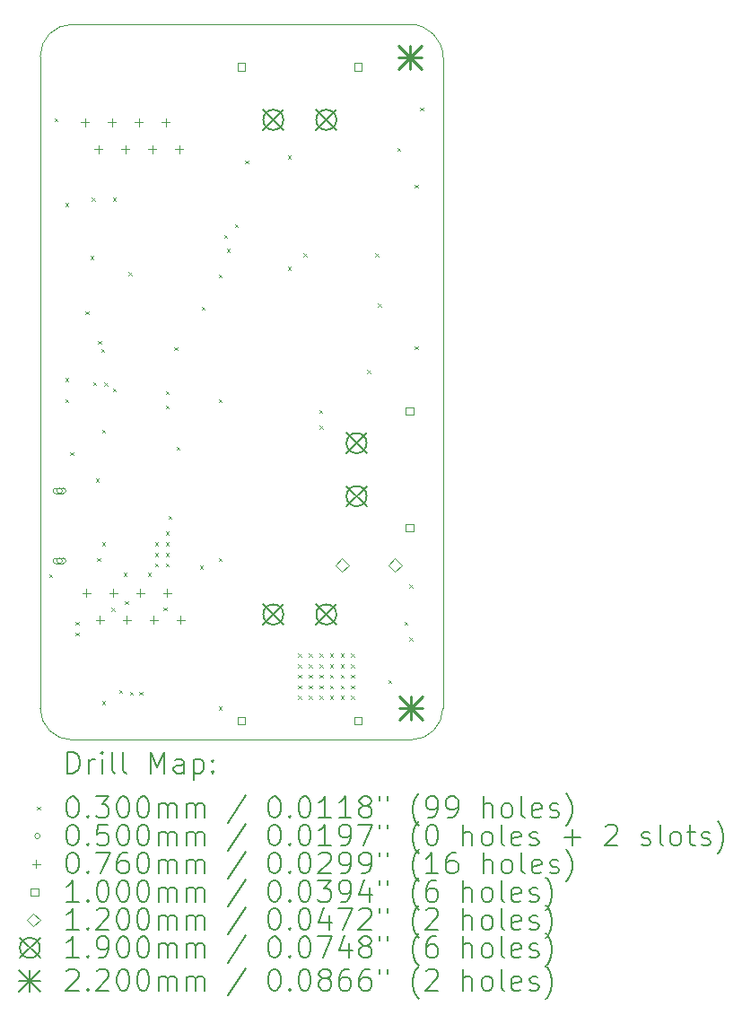
<source format=gbr>
%TF.GenerationSoftware,KiCad,Pcbnew,8.0.1-8.0.1-1~ubuntu22.04.1*%
%TF.CreationDate,2024-04-21T23:11:20-04:00*%
%TF.ProjectId,arm_drive_j2,61726d5f-6472-4697-9665-5f6a322e6b69,rev?*%
%TF.SameCoordinates,Original*%
%TF.FileFunction,Drillmap*%
%TF.FilePolarity,Positive*%
%FSLAX45Y45*%
G04 Gerber Fmt 4.5, Leading zero omitted, Abs format (unit mm)*
G04 Created by KiCad (PCBNEW 8.0.1-8.0.1-1~ubuntu22.04.1) date 2024-04-21 23:11:20*
%MOMM*%
%LPD*%
G01*
G04 APERTURE LIST*
%ADD10C,0.050000*%
%ADD11C,0.200000*%
%ADD12C,0.100000*%
%ADD13C,0.120000*%
%ADD14C,0.190000*%
%ADD15C,0.220000*%
G04 APERTURE END LIST*
D10*
X1500000Y-7950000D02*
X1500000Y-1800000D01*
X4990000Y-1500000D02*
G75*
G02*
X5302130Y-1812132I0J-312130D01*
G01*
X1800000Y-1500000D02*
X4990000Y-1500000D01*
X1500000Y-1800000D02*
G75*
G02*
X1800000Y-1500000I300000J0D01*
G01*
X5302132Y-1812132D02*
X5300000Y-7950000D01*
X5300000Y-7950000D02*
G75*
G02*
X5000000Y-8250000I-300000J0D01*
G01*
X1800000Y-8250000D02*
G75*
G02*
X1500000Y-7950000I0J300000D01*
G01*
X5000000Y-8250000D02*
X1800000Y-8250000D01*
D11*
D12*
X1585000Y-6685000D02*
X1615000Y-6715000D01*
X1615000Y-6685000D02*
X1585000Y-6715000D01*
X1635000Y-2385000D02*
X1665000Y-2415000D01*
X1665000Y-2385000D02*
X1635000Y-2415000D01*
X1735000Y-3185000D02*
X1765000Y-3215000D01*
X1765000Y-3185000D02*
X1735000Y-3215000D01*
X1735000Y-4835000D02*
X1765000Y-4865000D01*
X1765000Y-4835000D02*
X1735000Y-4865000D01*
X1735000Y-5035000D02*
X1765000Y-5065000D01*
X1765000Y-5035000D02*
X1735000Y-5065000D01*
X1785000Y-5535000D02*
X1815000Y-5565000D01*
X1815000Y-5535000D02*
X1785000Y-5565000D01*
X1835000Y-7135000D02*
X1865000Y-7165000D01*
X1865000Y-7135000D02*
X1835000Y-7165000D01*
X1835000Y-7235000D02*
X1865000Y-7265000D01*
X1865000Y-7235000D02*
X1835000Y-7265000D01*
X1925000Y-4205000D02*
X1955000Y-4235000D01*
X1955000Y-4205000D02*
X1925000Y-4235000D01*
X1975000Y-3685000D02*
X2005000Y-3715000D01*
X2005000Y-3685000D02*
X1975000Y-3715000D01*
X1987000Y-3135000D02*
X2017000Y-3165000D01*
X2017000Y-3135000D02*
X1987000Y-3165000D01*
X1997827Y-4875972D02*
X2027827Y-4905972D01*
X2027827Y-4875972D02*
X1997827Y-4905972D01*
X2025000Y-5785000D02*
X2055000Y-5815000D01*
X2055000Y-5785000D02*
X2025000Y-5815000D01*
X2035000Y-6535000D02*
X2065000Y-6565000D01*
X2065000Y-6535000D02*
X2035000Y-6565000D01*
X2045000Y-4485000D02*
X2075000Y-4515000D01*
X2075000Y-4485000D02*
X2045000Y-4515000D01*
X2075000Y-4560000D02*
X2105000Y-4590000D01*
X2105000Y-4560000D02*
X2075000Y-4590000D01*
X2085000Y-5325000D02*
X2115000Y-5355000D01*
X2115000Y-5325000D02*
X2085000Y-5355000D01*
X2085000Y-6385000D02*
X2115000Y-6415000D01*
X2115000Y-6385000D02*
X2085000Y-6415000D01*
X2085000Y-7885000D02*
X2115000Y-7915000D01*
X2115000Y-7885000D02*
X2085000Y-7915000D01*
X2103947Y-4878168D02*
X2133947Y-4908168D01*
X2133947Y-4878168D02*
X2103947Y-4908168D01*
X2172483Y-7001826D02*
X2202483Y-7031826D01*
X2202483Y-7001826D02*
X2172483Y-7031826D01*
X2185000Y-3135000D02*
X2215000Y-3165000D01*
X2215000Y-3135000D02*
X2185000Y-3165000D01*
X2185000Y-4935000D02*
X2215000Y-4965000D01*
X2215000Y-4935000D02*
X2185000Y-4965000D01*
X2242750Y-7777250D02*
X2272750Y-7807250D01*
X2272750Y-7777250D02*
X2242750Y-7807250D01*
X2285225Y-6674348D02*
X2315225Y-6704348D01*
X2315225Y-6674348D02*
X2285225Y-6704348D01*
X2300981Y-6941510D02*
X2330981Y-6971510D01*
X2330981Y-6941510D02*
X2300981Y-6971510D01*
X2335000Y-3835000D02*
X2365000Y-3865000D01*
X2365000Y-3835000D02*
X2335000Y-3865000D01*
X2345272Y-7794919D02*
X2375272Y-7824919D01*
X2375272Y-7794919D02*
X2345272Y-7824919D01*
X2435000Y-7795000D02*
X2465000Y-7825000D01*
X2465000Y-7795000D02*
X2435000Y-7825000D01*
X2515394Y-6675000D02*
X2545394Y-6705000D01*
X2545394Y-6675000D02*
X2515394Y-6705000D01*
X2585000Y-6385000D02*
X2615000Y-6415000D01*
X2615000Y-6385000D02*
X2585000Y-6415000D01*
X2585000Y-6485000D02*
X2615000Y-6515000D01*
X2615000Y-6485000D02*
X2585000Y-6515000D01*
X2585000Y-6585000D02*
X2615000Y-6615000D01*
X2615000Y-6585000D02*
X2585000Y-6615000D01*
X2664184Y-6997892D02*
X2694184Y-7027892D01*
X2694184Y-6997892D02*
X2664184Y-7027892D01*
X2685000Y-4960000D02*
X2715000Y-4990000D01*
X2715000Y-4960000D02*
X2685000Y-4990000D01*
X2685000Y-5095000D02*
X2715000Y-5125000D01*
X2715000Y-5095000D02*
X2685000Y-5125000D01*
X2685000Y-6285000D02*
X2715000Y-6315000D01*
X2715000Y-6285000D02*
X2685000Y-6315000D01*
X2685000Y-6385000D02*
X2715000Y-6415000D01*
X2715000Y-6385000D02*
X2685000Y-6415000D01*
X2685000Y-6485000D02*
X2715000Y-6515000D01*
X2715000Y-6485000D02*
X2685000Y-6515000D01*
X2685000Y-6585000D02*
X2715000Y-6615000D01*
X2715000Y-6585000D02*
X2685000Y-6615000D01*
X2708201Y-6135000D02*
X2738201Y-6165000D01*
X2738201Y-6135000D02*
X2708201Y-6165000D01*
X2765000Y-4545000D02*
X2795000Y-4575000D01*
X2795000Y-4545000D02*
X2765000Y-4575000D01*
X2785000Y-5485000D02*
X2815000Y-5515000D01*
X2815000Y-5485000D02*
X2785000Y-5515000D01*
X3005000Y-6605000D02*
X3035000Y-6635000D01*
X3035000Y-6605000D02*
X3005000Y-6635000D01*
X3025000Y-4165000D02*
X3055000Y-4195000D01*
X3055000Y-4165000D02*
X3025000Y-4195000D01*
X3185000Y-3860000D02*
X3215000Y-3890000D01*
X3215000Y-3860000D02*
X3185000Y-3890000D01*
X3185000Y-5035000D02*
X3215000Y-5065000D01*
X3215000Y-5035000D02*
X3185000Y-5065000D01*
X3185000Y-6535000D02*
X3215000Y-6565000D01*
X3215000Y-6535000D02*
X3185000Y-6565000D01*
X3185000Y-7935000D02*
X3215000Y-7965000D01*
X3215000Y-7935000D02*
X3185000Y-7965000D01*
X3235000Y-3485000D02*
X3265000Y-3515000D01*
X3265000Y-3485000D02*
X3235000Y-3515000D01*
X3262099Y-3616788D02*
X3292099Y-3646788D01*
X3292099Y-3616788D02*
X3262099Y-3646788D01*
X3335000Y-3385000D02*
X3365000Y-3415000D01*
X3365000Y-3385000D02*
X3335000Y-3415000D01*
X3435000Y-2785000D02*
X3465000Y-2815000D01*
X3465000Y-2785000D02*
X3435000Y-2815000D01*
X3835000Y-2735000D02*
X3865000Y-2765000D01*
X3865000Y-2735000D02*
X3835000Y-2765000D01*
X3835000Y-3785000D02*
X3865000Y-3815000D01*
X3865000Y-3785000D02*
X3835000Y-3815000D01*
X3935000Y-7435000D02*
X3965000Y-7465000D01*
X3965000Y-7435000D02*
X3935000Y-7465000D01*
X3935000Y-7535000D02*
X3965000Y-7565000D01*
X3965000Y-7535000D02*
X3935000Y-7565000D01*
X3935000Y-7635000D02*
X3965000Y-7665000D01*
X3965000Y-7635000D02*
X3935000Y-7665000D01*
X3935000Y-7735000D02*
X3965000Y-7765000D01*
X3965000Y-7735000D02*
X3935000Y-7765000D01*
X3935000Y-7835000D02*
X3965000Y-7865000D01*
X3965000Y-7835000D02*
X3935000Y-7865000D01*
X3985000Y-3660000D02*
X4015000Y-3690000D01*
X4015000Y-3660000D02*
X3985000Y-3690000D01*
X4035000Y-7435000D02*
X4065000Y-7465000D01*
X4065000Y-7435000D02*
X4035000Y-7465000D01*
X4035000Y-7535000D02*
X4065000Y-7565000D01*
X4065000Y-7535000D02*
X4035000Y-7565000D01*
X4035000Y-7635000D02*
X4065000Y-7665000D01*
X4065000Y-7635000D02*
X4035000Y-7665000D01*
X4035000Y-7735000D02*
X4065000Y-7765000D01*
X4065000Y-7735000D02*
X4035000Y-7765000D01*
X4035000Y-7835000D02*
X4065000Y-7865000D01*
X4065000Y-7835000D02*
X4035000Y-7865000D01*
X4131273Y-5138727D02*
X4161273Y-5168727D01*
X4161273Y-5138727D02*
X4131273Y-5168727D01*
X4135000Y-5285000D02*
X4165000Y-5315000D01*
X4165000Y-5285000D02*
X4135000Y-5315000D01*
X4135000Y-7435000D02*
X4165000Y-7465000D01*
X4165000Y-7435000D02*
X4135000Y-7465000D01*
X4135000Y-7535000D02*
X4165000Y-7565000D01*
X4165000Y-7535000D02*
X4135000Y-7565000D01*
X4135000Y-7635000D02*
X4165000Y-7665000D01*
X4165000Y-7635000D02*
X4135000Y-7665000D01*
X4135000Y-7735000D02*
X4165000Y-7765000D01*
X4165000Y-7735000D02*
X4135000Y-7765000D01*
X4135000Y-7835000D02*
X4165000Y-7865000D01*
X4165000Y-7835000D02*
X4135000Y-7865000D01*
X4235000Y-7435000D02*
X4265000Y-7465000D01*
X4265000Y-7435000D02*
X4235000Y-7465000D01*
X4235000Y-7535000D02*
X4265000Y-7565000D01*
X4265000Y-7535000D02*
X4235000Y-7565000D01*
X4235000Y-7635000D02*
X4265000Y-7665000D01*
X4265000Y-7635000D02*
X4235000Y-7665000D01*
X4235000Y-7735000D02*
X4265000Y-7765000D01*
X4265000Y-7735000D02*
X4235000Y-7765000D01*
X4235000Y-7835000D02*
X4265000Y-7865000D01*
X4265000Y-7835000D02*
X4235000Y-7865000D01*
X4335000Y-7435000D02*
X4365000Y-7465000D01*
X4365000Y-7435000D02*
X4335000Y-7465000D01*
X4335000Y-7535000D02*
X4365000Y-7565000D01*
X4365000Y-7535000D02*
X4335000Y-7565000D01*
X4335000Y-7635000D02*
X4365000Y-7665000D01*
X4365000Y-7635000D02*
X4335000Y-7665000D01*
X4335000Y-7735000D02*
X4365000Y-7765000D01*
X4365000Y-7735000D02*
X4335000Y-7765000D01*
X4335000Y-7835000D02*
X4365000Y-7865000D01*
X4365000Y-7835000D02*
X4335000Y-7865000D01*
X4435000Y-7435000D02*
X4465000Y-7465000D01*
X4465000Y-7435000D02*
X4435000Y-7465000D01*
X4435000Y-7535000D02*
X4465000Y-7565000D01*
X4465000Y-7535000D02*
X4435000Y-7565000D01*
X4435000Y-7635000D02*
X4465000Y-7665000D01*
X4465000Y-7635000D02*
X4435000Y-7665000D01*
X4435000Y-7735000D02*
X4465000Y-7765000D01*
X4465000Y-7735000D02*
X4435000Y-7765000D01*
X4435000Y-7835000D02*
X4465000Y-7865000D01*
X4465000Y-7835000D02*
X4435000Y-7865000D01*
X4585000Y-4760000D02*
X4615000Y-4790000D01*
X4615000Y-4760000D02*
X4585000Y-4790000D01*
X4660000Y-3660000D02*
X4690000Y-3690000D01*
X4690000Y-3660000D02*
X4660000Y-3690000D01*
X4685000Y-4135000D02*
X4715000Y-4165000D01*
X4715000Y-4135000D02*
X4685000Y-4165000D01*
X4785000Y-7685000D02*
X4815000Y-7715000D01*
X4815000Y-7685000D02*
X4785000Y-7715000D01*
X4870000Y-2665000D02*
X4900000Y-2695000D01*
X4900000Y-2665000D02*
X4870000Y-2695000D01*
X4935000Y-7135000D02*
X4965000Y-7165000D01*
X4965000Y-7135000D02*
X4935000Y-7165000D01*
X4985000Y-6785000D02*
X5015000Y-6815000D01*
X5015000Y-6785000D02*
X4985000Y-6815000D01*
X4985000Y-7285000D02*
X5015000Y-7315000D01*
X5015000Y-7285000D02*
X4985000Y-7315000D01*
X5035000Y-3010000D02*
X5065000Y-3040000D01*
X5065000Y-3010000D02*
X5035000Y-3040000D01*
X5035000Y-4535000D02*
X5065000Y-4565000D01*
X5065000Y-4535000D02*
X5035000Y-4565000D01*
X5085000Y-2285000D02*
X5115000Y-2315000D01*
X5115000Y-2285000D02*
X5085000Y-2315000D01*
X1707500Y-5900000D02*
G75*
G02*
X1657500Y-5900000I-25000J0D01*
G01*
X1657500Y-5900000D02*
G75*
G02*
X1707500Y-5900000I25000J0D01*
G01*
X1647500Y-5925000D02*
X1717500Y-5925000D01*
X1717500Y-5875000D02*
G75*
G02*
X1717500Y-5925000I0J-25000D01*
G01*
X1717500Y-5875000D02*
X1647500Y-5875000D01*
X1647500Y-5875000D02*
G75*
G03*
X1647500Y-5925000I0J-25000D01*
G01*
X1707500Y-6560000D02*
G75*
G02*
X1657500Y-6560000I-25000J0D01*
G01*
X1657500Y-6560000D02*
G75*
G02*
X1707500Y-6560000I25000J0D01*
G01*
X1647500Y-6585000D02*
X1717500Y-6585000D01*
X1717500Y-6535000D02*
G75*
G02*
X1717500Y-6585000I0J-25000D01*
G01*
X1717500Y-6535000D02*
X1647500Y-6535000D01*
X1647500Y-6535000D02*
G75*
G03*
X1647500Y-6585000I0J-25000D01*
G01*
X1921750Y-2385000D02*
X1921750Y-2461000D01*
X1883750Y-2423000D02*
X1959750Y-2423000D01*
X1934305Y-6824500D02*
X1934305Y-6900500D01*
X1896305Y-6862500D02*
X1972305Y-6862500D01*
X2048750Y-2639000D02*
X2048750Y-2715000D01*
X2010750Y-2677000D02*
X2086750Y-2677000D01*
X2061305Y-7078500D02*
X2061305Y-7154500D01*
X2023305Y-7116500D02*
X2099306Y-7116500D01*
X2175750Y-2385000D02*
X2175750Y-2461000D01*
X2137750Y-2423000D02*
X2213750Y-2423000D01*
X2188306Y-6824500D02*
X2188306Y-6900500D01*
X2150306Y-6862500D02*
X2226306Y-6862500D01*
X2302750Y-2639000D02*
X2302750Y-2715000D01*
X2264750Y-2677000D02*
X2340750Y-2677000D01*
X2315306Y-7078500D02*
X2315306Y-7154500D01*
X2277306Y-7116500D02*
X2353306Y-7116500D01*
X2429750Y-2385000D02*
X2429750Y-2461000D01*
X2391750Y-2423000D02*
X2467750Y-2423000D01*
X2442306Y-6824500D02*
X2442306Y-6900500D01*
X2404306Y-6862500D02*
X2480306Y-6862500D01*
X2556750Y-2639000D02*
X2556750Y-2715000D01*
X2518750Y-2677000D02*
X2594750Y-2677000D01*
X2569306Y-7078500D02*
X2569306Y-7154500D01*
X2531306Y-7116500D02*
X2607306Y-7116500D01*
X2683750Y-2385000D02*
X2683750Y-2461000D01*
X2645750Y-2423000D02*
X2721750Y-2423000D01*
X2696306Y-6824500D02*
X2696306Y-6900500D01*
X2658306Y-6862500D02*
X2734306Y-6862500D01*
X2810750Y-2639000D02*
X2810750Y-2715000D01*
X2772750Y-2677000D02*
X2848750Y-2677000D01*
X2823305Y-7078500D02*
X2823305Y-7154500D01*
X2785306Y-7116500D02*
X2861305Y-7116500D01*
X3435356Y-1935356D02*
X3435356Y-1864644D01*
X3364644Y-1864644D01*
X3364644Y-1935356D01*
X3435356Y-1935356D01*
X3435356Y-8101856D02*
X3435356Y-8031144D01*
X3364644Y-8031144D01*
X3364644Y-8101856D01*
X3435356Y-8101856D01*
X4535356Y-1935356D02*
X4535356Y-1864644D01*
X4464644Y-1864644D01*
X4464644Y-1935356D01*
X4535356Y-1935356D01*
X4535356Y-8101856D02*
X4535356Y-8031144D01*
X4464644Y-8031144D01*
X4464644Y-8101856D01*
X4535356Y-8101856D01*
X5020356Y-5185356D02*
X5020356Y-5114644D01*
X4949644Y-5114644D01*
X4949644Y-5185356D01*
X5020356Y-5185356D01*
X5020356Y-6285356D02*
X5020356Y-6214644D01*
X4949644Y-6214644D01*
X4949644Y-6285356D01*
X5020356Y-6285356D01*
D13*
X4350000Y-6660000D02*
X4410000Y-6600000D01*
X4350000Y-6540000D01*
X4290000Y-6600000D01*
X4350000Y-6660000D01*
X4850000Y-6660000D02*
X4910000Y-6600000D01*
X4850000Y-6540000D01*
X4790000Y-6600000D01*
X4850000Y-6660000D01*
D14*
X3605000Y-2305000D02*
X3795000Y-2495000D01*
X3795000Y-2305000D02*
X3605000Y-2495000D01*
X3795000Y-2400000D02*
G75*
G02*
X3605000Y-2400000I-95000J0D01*
G01*
X3605000Y-2400000D02*
G75*
G02*
X3795000Y-2400000I95000J0D01*
G01*
X3605000Y-6971500D02*
X3795000Y-7161500D01*
X3795000Y-6971500D02*
X3605000Y-7161500D01*
X3795000Y-7066500D02*
G75*
G02*
X3605000Y-7066500I-95000J0D01*
G01*
X3605000Y-7066500D02*
G75*
G02*
X3795000Y-7066500I95000J0D01*
G01*
X4105000Y-2305000D02*
X4295000Y-2495000D01*
X4295000Y-2305000D02*
X4105000Y-2495000D01*
X4295000Y-2400000D02*
G75*
G02*
X4105000Y-2400000I-95000J0D01*
G01*
X4105000Y-2400000D02*
G75*
G02*
X4295000Y-2400000I95000J0D01*
G01*
X4105000Y-6971500D02*
X4295000Y-7161500D01*
X4295000Y-6971500D02*
X4105000Y-7161500D01*
X4295000Y-7066500D02*
G75*
G02*
X4105000Y-7066500I-95000J0D01*
G01*
X4105000Y-7066500D02*
G75*
G02*
X4295000Y-7066500I95000J0D01*
G01*
X4390000Y-5355000D02*
X4580000Y-5545000D01*
X4580000Y-5355000D02*
X4390000Y-5545000D01*
X4580000Y-5450000D02*
G75*
G02*
X4390000Y-5450000I-95000J0D01*
G01*
X4390000Y-5450000D02*
G75*
G02*
X4580000Y-5450000I95000J0D01*
G01*
X4390000Y-5855000D02*
X4580000Y-6045000D01*
X4580000Y-5855000D02*
X4390000Y-6045000D01*
X4580000Y-5950000D02*
G75*
G02*
X4390000Y-5950000I-95000J0D01*
G01*
X4390000Y-5950000D02*
G75*
G02*
X4580000Y-5950000I95000J0D01*
G01*
D15*
X4880000Y-1702132D02*
X5100000Y-1922132D01*
X5100000Y-1702132D02*
X4880000Y-1922132D01*
X4990000Y-1702132D02*
X4990000Y-1922132D01*
X4880000Y-1812132D02*
X5100000Y-1812132D01*
X4890000Y-7840000D02*
X5110000Y-8060000D01*
X5110000Y-7840000D02*
X4890000Y-8060000D01*
X5000000Y-7840000D02*
X5000000Y-8060000D01*
X4890000Y-7950000D02*
X5110000Y-7950000D01*
D11*
X1758277Y-8563984D02*
X1758277Y-8363984D01*
X1758277Y-8363984D02*
X1805896Y-8363984D01*
X1805896Y-8363984D02*
X1834467Y-8373508D01*
X1834467Y-8373508D02*
X1853515Y-8392555D01*
X1853515Y-8392555D02*
X1863039Y-8411603D01*
X1863039Y-8411603D02*
X1872562Y-8449698D01*
X1872562Y-8449698D02*
X1872562Y-8478270D01*
X1872562Y-8478270D02*
X1863039Y-8516365D01*
X1863039Y-8516365D02*
X1853515Y-8535412D01*
X1853515Y-8535412D02*
X1834467Y-8554460D01*
X1834467Y-8554460D02*
X1805896Y-8563984D01*
X1805896Y-8563984D02*
X1758277Y-8563984D01*
X1958277Y-8563984D02*
X1958277Y-8430650D01*
X1958277Y-8468746D02*
X1967801Y-8449698D01*
X1967801Y-8449698D02*
X1977324Y-8440174D01*
X1977324Y-8440174D02*
X1996372Y-8430650D01*
X1996372Y-8430650D02*
X2015420Y-8430650D01*
X2082086Y-8563984D02*
X2082086Y-8430650D01*
X2082086Y-8363984D02*
X2072562Y-8373508D01*
X2072562Y-8373508D02*
X2082086Y-8383031D01*
X2082086Y-8383031D02*
X2091610Y-8373508D01*
X2091610Y-8373508D02*
X2082086Y-8363984D01*
X2082086Y-8363984D02*
X2082086Y-8383031D01*
X2205896Y-8563984D02*
X2186848Y-8554460D01*
X2186848Y-8554460D02*
X2177324Y-8535412D01*
X2177324Y-8535412D02*
X2177324Y-8363984D01*
X2310658Y-8563984D02*
X2291610Y-8554460D01*
X2291610Y-8554460D02*
X2282086Y-8535412D01*
X2282086Y-8535412D02*
X2282086Y-8363984D01*
X2539229Y-8563984D02*
X2539229Y-8363984D01*
X2539229Y-8363984D02*
X2605896Y-8506841D01*
X2605896Y-8506841D02*
X2672563Y-8363984D01*
X2672563Y-8363984D02*
X2672563Y-8563984D01*
X2853515Y-8563984D02*
X2853515Y-8459222D01*
X2853515Y-8459222D02*
X2843991Y-8440174D01*
X2843991Y-8440174D02*
X2824943Y-8430650D01*
X2824943Y-8430650D02*
X2786848Y-8430650D01*
X2786848Y-8430650D02*
X2767801Y-8440174D01*
X2853515Y-8554460D02*
X2834467Y-8563984D01*
X2834467Y-8563984D02*
X2786848Y-8563984D01*
X2786848Y-8563984D02*
X2767801Y-8554460D01*
X2767801Y-8554460D02*
X2758277Y-8535412D01*
X2758277Y-8535412D02*
X2758277Y-8516365D01*
X2758277Y-8516365D02*
X2767801Y-8497317D01*
X2767801Y-8497317D02*
X2786848Y-8487793D01*
X2786848Y-8487793D02*
X2834467Y-8487793D01*
X2834467Y-8487793D02*
X2853515Y-8478270D01*
X2948753Y-8430650D02*
X2948753Y-8630650D01*
X2948753Y-8440174D02*
X2967801Y-8430650D01*
X2967801Y-8430650D02*
X3005896Y-8430650D01*
X3005896Y-8430650D02*
X3024943Y-8440174D01*
X3024943Y-8440174D02*
X3034467Y-8449698D01*
X3034467Y-8449698D02*
X3043991Y-8468746D01*
X3043991Y-8468746D02*
X3043991Y-8525889D01*
X3043991Y-8525889D02*
X3034467Y-8544936D01*
X3034467Y-8544936D02*
X3024943Y-8554460D01*
X3024943Y-8554460D02*
X3005896Y-8563984D01*
X3005896Y-8563984D02*
X2967801Y-8563984D01*
X2967801Y-8563984D02*
X2948753Y-8554460D01*
X3129705Y-8544936D02*
X3139229Y-8554460D01*
X3139229Y-8554460D02*
X3129705Y-8563984D01*
X3129705Y-8563984D02*
X3120182Y-8554460D01*
X3120182Y-8554460D02*
X3129705Y-8544936D01*
X3129705Y-8544936D02*
X3129705Y-8563984D01*
X3129705Y-8440174D02*
X3139229Y-8449698D01*
X3139229Y-8449698D02*
X3129705Y-8459222D01*
X3129705Y-8459222D02*
X3120182Y-8449698D01*
X3120182Y-8449698D02*
X3129705Y-8440174D01*
X3129705Y-8440174D02*
X3129705Y-8459222D01*
D12*
X1467500Y-8877500D02*
X1497500Y-8907500D01*
X1497500Y-8877500D02*
X1467500Y-8907500D01*
D11*
X1796372Y-8783984D02*
X1815420Y-8783984D01*
X1815420Y-8783984D02*
X1834467Y-8793508D01*
X1834467Y-8793508D02*
X1843991Y-8803031D01*
X1843991Y-8803031D02*
X1853515Y-8822079D01*
X1853515Y-8822079D02*
X1863039Y-8860174D01*
X1863039Y-8860174D02*
X1863039Y-8907793D01*
X1863039Y-8907793D02*
X1853515Y-8945889D01*
X1853515Y-8945889D02*
X1843991Y-8964936D01*
X1843991Y-8964936D02*
X1834467Y-8974460D01*
X1834467Y-8974460D02*
X1815420Y-8983984D01*
X1815420Y-8983984D02*
X1796372Y-8983984D01*
X1796372Y-8983984D02*
X1777324Y-8974460D01*
X1777324Y-8974460D02*
X1767801Y-8964936D01*
X1767801Y-8964936D02*
X1758277Y-8945889D01*
X1758277Y-8945889D02*
X1748753Y-8907793D01*
X1748753Y-8907793D02*
X1748753Y-8860174D01*
X1748753Y-8860174D02*
X1758277Y-8822079D01*
X1758277Y-8822079D02*
X1767801Y-8803031D01*
X1767801Y-8803031D02*
X1777324Y-8793508D01*
X1777324Y-8793508D02*
X1796372Y-8783984D01*
X1948753Y-8964936D02*
X1958277Y-8974460D01*
X1958277Y-8974460D02*
X1948753Y-8983984D01*
X1948753Y-8983984D02*
X1939229Y-8974460D01*
X1939229Y-8974460D02*
X1948753Y-8964936D01*
X1948753Y-8964936D02*
X1948753Y-8983984D01*
X2024943Y-8783984D02*
X2148753Y-8783984D01*
X2148753Y-8783984D02*
X2082086Y-8860174D01*
X2082086Y-8860174D02*
X2110658Y-8860174D01*
X2110658Y-8860174D02*
X2129705Y-8869698D01*
X2129705Y-8869698D02*
X2139229Y-8879222D01*
X2139229Y-8879222D02*
X2148753Y-8898270D01*
X2148753Y-8898270D02*
X2148753Y-8945889D01*
X2148753Y-8945889D02*
X2139229Y-8964936D01*
X2139229Y-8964936D02*
X2129705Y-8974460D01*
X2129705Y-8974460D02*
X2110658Y-8983984D01*
X2110658Y-8983984D02*
X2053515Y-8983984D01*
X2053515Y-8983984D02*
X2034467Y-8974460D01*
X2034467Y-8974460D02*
X2024943Y-8964936D01*
X2272563Y-8783984D02*
X2291610Y-8783984D01*
X2291610Y-8783984D02*
X2310658Y-8793508D01*
X2310658Y-8793508D02*
X2320182Y-8803031D01*
X2320182Y-8803031D02*
X2329705Y-8822079D01*
X2329705Y-8822079D02*
X2339229Y-8860174D01*
X2339229Y-8860174D02*
X2339229Y-8907793D01*
X2339229Y-8907793D02*
X2329705Y-8945889D01*
X2329705Y-8945889D02*
X2320182Y-8964936D01*
X2320182Y-8964936D02*
X2310658Y-8974460D01*
X2310658Y-8974460D02*
X2291610Y-8983984D01*
X2291610Y-8983984D02*
X2272563Y-8983984D01*
X2272563Y-8983984D02*
X2253515Y-8974460D01*
X2253515Y-8974460D02*
X2243991Y-8964936D01*
X2243991Y-8964936D02*
X2234467Y-8945889D01*
X2234467Y-8945889D02*
X2224944Y-8907793D01*
X2224944Y-8907793D02*
X2224944Y-8860174D01*
X2224944Y-8860174D02*
X2234467Y-8822079D01*
X2234467Y-8822079D02*
X2243991Y-8803031D01*
X2243991Y-8803031D02*
X2253515Y-8793508D01*
X2253515Y-8793508D02*
X2272563Y-8783984D01*
X2463039Y-8783984D02*
X2482086Y-8783984D01*
X2482086Y-8783984D02*
X2501134Y-8793508D01*
X2501134Y-8793508D02*
X2510658Y-8803031D01*
X2510658Y-8803031D02*
X2520182Y-8822079D01*
X2520182Y-8822079D02*
X2529705Y-8860174D01*
X2529705Y-8860174D02*
X2529705Y-8907793D01*
X2529705Y-8907793D02*
X2520182Y-8945889D01*
X2520182Y-8945889D02*
X2510658Y-8964936D01*
X2510658Y-8964936D02*
X2501134Y-8974460D01*
X2501134Y-8974460D02*
X2482086Y-8983984D01*
X2482086Y-8983984D02*
X2463039Y-8983984D01*
X2463039Y-8983984D02*
X2443991Y-8974460D01*
X2443991Y-8974460D02*
X2434467Y-8964936D01*
X2434467Y-8964936D02*
X2424944Y-8945889D01*
X2424944Y-8945889D02*
X2415420Y-8907793D01*
X2415420Y-8907793D02*
X2415420Y-8860174D01*
X2415420Y-8860174D02*
X2424944Y-8822079D01*
X2424944Y-8822079D02*
X2434467Y-8803031D01*
X2434467Y-8803031D02*
X2443991Y-8793508D01*
X2443991Y-8793508D02*
X2463039Y-8783984D01*
X2615420Y-8983984D02*
X2615420Y-8850650D01*
X2615420Y-8869698D02*
X2624944Y-8860174D01*
X2624944Y-8860174D02*
X2643991Y-8850650D01*
X2643991Y-8850650D02*
X2672563Y-8850650D01*
X2672563Y-8850650D02*
X2691610Y-8860174D01*
X2691610Y-8860174D02*
X2701134Y-8879222D01*
X2701134Y-8879222D02*
X2701134Y-8983984D01*
X2701134Y-8879222D02*
X2710658Y-8860174D01*
X2710658Y-8860174D02*
X2729705Y-8850650D01*
X2729705Y-8850650D02*
X2758277Y-8850650D01*
X2758277Y-8850650D02*
X2777325Y-8860174D01*
X2777325Y-8860174D02*
X2786848Y-8879222D01*
X2786848Y-8879222D02*
X2786848Y-8983984D01*
X2882086Y-8983984D02*
X2882086Y-8850650D01*
X2882086Y-8869698D02*
X2891610Y-8860174D01*
X2891610Y-8860174D02*
X2910658Y-8850650D01*
X2910658Y-8850650D02*
X2939229Y-8850650D01*
X2939229Y-8850650D02*
X2958277Y-8860174D01*
X2958277Y-8860174D02*
X2967801Y-8879222D01*
X2967801Y-8879222D02*
X2967801Y-8983984D01*
X2967801Y-8879222D02*
X2977324Y-8860174D01*
X2977324Y-8860174D02*
X2996372Y-8850650D01*
X2996372Y-8850650D02*
X3024943Y-8850650D01*
X3024943Y-8850650D02*
X3043991Y-8860174D01*
X3043991Y-8860174D02*
X3053515Y-8879222D01*
X3053515Y-8879222D02*
X3053515Y-8983984D01*
X3443991Y-8774460D02*
X3272563Y-9031603D01*
X3701134Y-8783984D02*
X3720182Y-8783984D01*
X3720182Y-8783984D02*
X3739229Y-8793508D01*
X3739229Y-8793508D02*
X3748753Y-8803031D01*
X3748753Y-8803031D02*
X3758277Y-8822079D01*
X3758277Y-8822079D02*
X3767801Y-8860174D01*
X3767801Y-8860174D02*
X3767801Y-8907793D01*
X3767801Y-8907793D02*
X3758277Y-8945889D01*
X3758277Y-8945889D02*
X3748753Y-8964936D01*
X3748753Y-8964936D02*
X3739229Y-8974460D01*
X3739229Y-8974460D02*
X3720182Y-8983984D01*
X3720182Y-8983984D02*
X3701134Y-8983984D01*
X3701134Y-8983984D02*
X3682086Y-8974460D01*
X3682086Y-8974460D02*
X3672563Y-8964936D01*
X3672563Y-8964936D02*
X3663039Y-8945889D01*
X3663039Y-8945889D02*
X3653515Y-8907793D01*
X3653515Y-8907793D02*
X3653515Y-8860174D01*
X3653515Y-8860174D02*
X3663039Y-8822079D01*
X3663039Y-8822079D02*
X3672563Y-8803031D01*
X3672563Y-8803031D02*
X3682086Y-8793508D01*
X3682086Y-8793508D02*
X3701134Y-8783984D01*
X3853515Y-8964936D02*
X3863039Y-8974460D01*
X3863039Y-8974460D02*
X3853515Y-8983984D01*
X3853515Y-8983984D02*
X3843991Y-8974460D01*
X3843991Y-8974460D02*
X3853515Y-8964936D01*
X3853515Y-8964936D02*
X3853515Y-8983984D01*
X3986848Y-8783984D02*
X4005896Y-8783984D01*
X4005896Y-8783984D02*
X4024944Y-8793508D01*
X4024944Y-8793508D02*
X4034467Y-8803031D01*
X4034467Y-8803031D02*
X4043991Y-8822079D01*
X4043991Y-8822079D02*
X4053515Y-8860174D01*
X4053515Y-8860174D02*
X4053515Y-8907793D01*
X4053515Y-8907793D02*
X4043991Y-8945889D01*
X4043991Y-8945889D02*
X4034467Y-8964936D01*
X4034467Y-8964936D02*
X4024944Y-8974460D01*
X4024944Y-8974460D02*
X4005896Y-8983984D01*
X4005896Y-8983984D02*
X3986848Y-8983984D01*
X3986848Y-8983984D02*
X3967801Y-8974460D01*
X3967801Y-8974460D02*
X3958277Y-8964936D01*
X3958277Y-8964936D02*
X3948753Y-8945889D01*
X3948753Y-8945889D02*
X3939229Y-8907793D01*
X3939229Y-8907793D02*
X3939229Y-8860174D01*
X3939229Y-8860174D02*
X3948753Y-8822079D01*
X3948753Y-8822079D02*
X3958277Y-8803031D01*
X3958277Y-8803031D02*
X3967801Y-8793508D01*
X3967801Y-8793508D02*
X3986848Y-8783984D01*
X4243991Y-8983984D02*
X4129706Y-8983984D01*
X4186848Y-8983984D02*
X4186848Y-8783984D01*
X4186848Y-8783984D02*
X4167801Y-8812555D01*
X4167801Y-8812555D02*
X4148753Y-8831603D01*
X4148753Y-8831603D02*
X4129706Y-8841127D01*
X4434468Y-8983984D02*
X4320182Y-8983984D01*
X4377325Y-8983984D02*
X4377325Y-8783984D01*
X4377325Y-8783984D02*
X4358277Y-8812555D01*
X4358277Y-8812555D02*
X4339229Y-8831603D01*
X4339229Y-8831603D02*
X4320182Y-8841127D01*
X4548753Y-8869698D02*
X4529706Y-8860174D01*
X4529706Y-8860174D02*
X4520182Y-8850650D01*
X4520182Y-8850650D02*
X4510658Y-8831603D01*
X4510658Y-8831603D02*
X4510658Y-8822079D01*
X4510658Y-8822079D02*
X4520182Y-8803031D01*
X4520182Y-8803031D02*
X4529706Y-8793508D01*
X4529706Y-8793508D02*
X4548753Y-8783984D01*
X4548753Y-8783984D02*
X4586849Y-8783984D01*
X4586849Y-8783984D02*
X4605896Y-8793508D01*
X4605896Y-8793508D02*
X4615420Y-8803031D01*
X4615420Y-8803031D02*
X4624944Y-8822079D01*
X4624944Y-8822079D02*
X4624944Y-8831603D01*
X4624944Y-8831603D02*
X4615420Y-8850650D01*
X4615420Y-8850650D02*
X4605896Y-8860174D01*
X4605896Y-8860174D02*
X4586849Y-8869698D01*
X4586849Y-8869698D02*
X4548753Y-8869698D01*
X4548753Y-8869698D02*
X4529706Y-8879222D01*
X4529706Y-8879222D02*
X4520182Y-8888746D01*
X4520182Y-8888746D02*
X4510658Y-8907793D01*
X4510658Y-8907793D02*
X4510658Y-8945889D01*
X4510658Y-8945889D02*
X4520182Y-8964936D01*
X4520182Y-8964936D02*
X4529706Y-8974460D01*
X4529706Y-8974460D02*
X4548753Y-8983984D01*
X4548753Y-8983984D02*
X4586849Y-8983984D01*
X4586849Y-8983984D02*
X4605896Y-8974460D01*
X4605896Y-8974460D02*
X4615420Y-8964936D01*
X4615420Y-8964936D02*
X4624944Y-8945889D01*
X4624944Y-8945889D02*
X4624944Y-8907793D01*
X4624944Y-8907793D02*
X4615420Y-8888746D01*
X4615420Y-8888746D02*
X4605896Y-8879222D01*
X4605896Y-8879222D02*
X4586849Y-8869698D01*
X4701134Y-8783984D02*
X4701134Y-8822079D01*
X4777325Y-8783984D02*
X4777325Y-8822079D01*
X5072563Y-9060174D02*
X5063039Y-9050650D01*
X5063039Y-9050650D02*
X5043991Y-9022079D01*
X5043991Y-9022079D02*
X5034468Y-9003031D01*
X5034468Y-9003031D02*
X5024944Y-8974460D01*
X5024944Y-8974460D02*
X5015420Y-8926841D01*
X5015420Y-8926841D02*
X5015420Y-8888746D01*
X5015420Y-8888746D02*
X5024944Y-8841127D01*
X5024944Y-8841127D02*
X5034468Y-8812555D01*
X5034468Y-8812555D02*
X5043991Y-8793508D01*
X5043991Y-8793508D02*
X5063039Y-8764936D01*
X5063039Y-8764936D02*
X5072563Y-8755412D01*
X5158277Y-8983984D02*
X5196372Y-8983984D01*
X5196372Y-8983984D02*
X5215420Y-8974460D01*
X5215420Y-8974460D02*
X5224944Y-8964936D01*
X5224944Y-8964936D02*
X5243991Y-8936365D01*
X5243991Y-8936365D02*
X5253515Y-8898270D01*
X5253515Y-8898270D02*
X5253515Y-8822079D01*
X5253515Y-8822079D02*
X5243991Y-8803031D01*
X5243991Y-8803031D02*
X5234468Y-8793508D01*
X5234468Y-8793508D02*
X5215420Y-8783984D01*
X5215420Y-8783984D02*
X5177325Y-8783984D01*
X5177325Y-8783984D02*
X5158277Y-8793508D01*
X5158277Y-8793508D02*
X5148753Y-8803031D01*
X5148753Y-8803031D02*
X5139230Y-8822079D01*
X5139230Y-8822079D02*
X5139230Y-8869698D01*
X5139230Y-8869698D02*
X5148753Y-8888746D01*
X5148753Y-8888746D02*
X5158277Y-8898270D01*
X5158277Y-8898270D02*
X5177325Y-8907793D01*
X5177325Y-8907793D02*
X5215420Y-8907793D01*
X5215420Y-8907793D02*
X5234468Y-8898270D01*
X5234468Y-8898270D02*
X5243991Y-8888746D01*
X5243991Y-8888746D02*
X5253515Y-8869698D01*
X5348753Y-8983984D02*
X5386849Y-8983984D01*
X5386849Y-8983984D02*
X5405896Y-8974460D01*
X5405896Y-8974460D02*
X5415420Y-8964936D01*
X5415420Y-8964936D02*
X5434468Y-8936365D01*
X5434468Y-8936365D02*
X5443991Y-8898270D01*
X5443991Y-8898270D02*
X5443991Y-8822079D01*
X5443991Y-8822079D02*
X5434468Y-8803031D01*
X5434468Y-8803031D02*
X5424944Y-8793508D01*
X5424944Y-8793508D02*
X5405896Y-8783984D01*
X5405896Y-8783984D02*
X5367801Y-8783984D01*
X5367801Y-8783984D02*
X5348753Y-8793508D01*
X5348753Y-8793508D02*
X5339230Y-8803031D01*
X5339230Y-8803031D02*
X5329706Y-8822079D01*
X5329706Y-8822079D02*
X5329706Y-8869698D01*
X5329706Y-8869698D02*
X5339230Y-8888746D01*
X5339230Y-8888746D02*
X5348753Y-8898270D01*
X5348753Y-8898270D02*
X5367801Y-8907793D01*
X5367801Y-8907793D02*
X5405896Y-8907793D01*
X5405896Y-8907793D02*
X5424944Y-8898270D01*
X5424944Y-8898270D02*
X5434468Y-8888746D01*
X5434468Y-8888746D02*
X5443991Y-8869698D01*
X5682087Y-8983984D02*
X5682087Y-8783984D01*
X5767801Y-8983984D02*
X5767801Y-8879222D01*
X5767801Y-8879222D02*
X5758277Y-8860174D01*
X5758277Y-8860174D02*
X5739230Y-8850650D01*
X5739230Y-8850650D02*
X5710658Y-8850650D01*
X5710658Y-8850650D02*
X5691610Y-8860174D01*
X5691610Y-8860174D02*
X5682087Y-8869698D01*
X5891610Y-8983984D02*
X5872563Y-8974460D01*
X5872563Y-8974460D02*
X5863039Y-8964936D01*
X5863039Y-8964936D02*
X5853515Y-8945889D01*
X5853515Y-8945889D02*
X5853515Y-8888746D01*
X5853515Y-8888746D02*
X5863039Y-8869698D01*
X5863039Y-8869698D02*
X5872563Y-8860174D01*
X5872563Y-8860174D02*
X5891610Y-8850650D01*
X5891610Y-8850650D02*
X5920182Y-8850650D01*
X5920182Y-8850650D02*
X5939230Y-8860174D01*
X5939230Y-8860174D02*
X5948753Y-8869698D01*
X5948753Y-8869698D02*
X5958277Y-8888746D01*
X5958277Y-8888746D02*
X5958277Y-8945889D01*
X5958277Y-8945889D02*
X5948753Y-8964936D01*
X5948753Y-8964936D02*
X5939230Y-8974460D01*
X5939230Y-8974460D02*
X5920182Y-8983984D01*
X5920182Y-8983984D02*
X5891610Y-8983984D01*
X6072563Y-8983984D02*
X6053515Y-8974460D01*
X6053515Y-8974460D02*
X6043991Y-8955412D01*
X6043991Y-8955412D02*
X6043991Y-8783984D01*
X6224944Y-8974460D02*
X6205896Y-8983984D01*
X6205896Y-8983984D02*
X6167801Y-8983984D01*
X6167801Y-8983984D02*
X6148753Y-8974460D01*
X6148753Y-8974460D02*
X6139230Y-8955412D01*
X6139230Y-8955412D02*
X6139230Y-8879222D01*
X6139230Y-8879222D02*
X6148753Y-8860174D01*
X6148753Y-8860174D02*
X6167801Y-8850650D01*
X6167801Y-8850650D02*
X6205896Y-8850650D01*
X6205896Y-8850650D02*
X6224944Y-8860174D01*
X6224944Y-8860174D02*
X6234468Y-8879222D01*
X6234468Y-8879222D02*
X6234468Y-8898270D01*
X6234468Y-8898270D02*
X6139230Y-8917317D01*
X6310658Y-8974460D02*
X6329706Y-8983984D01*
X6329706Y-8983984D02*
X6367801Y-8983984D01*
X6367801Y-8983984D02*
X6386849Y-8974460D01*
X6386849Y-8974460D02*
X6396372Y-8955412D01*
X6396372Y-8955412D02*
X6396372Y-8945889D01*
X6396372Y-8945889D02*
X6386849Y-8926841D01*
X6386849Y-8926841D02*
X6367801Y-8917317D01*
X6367801Y-8917317D02*
X6339230Y-8917317D01*
X6339230Y-8917317D02*
X6320182Y-8907793D01*
X6320182Y-8907793D02*
X6310658Y-8888746D01*
X6310658Y-8888746D02*
X6310658Y-8879222D01*
X6310658Y-8879222D02*
X6320182Y-8860174D01*
X6320182Y-8860174D02*
X6339230Y-8850650D01*
X6339230Y-8850650D02*
X6367801Y-8850650D01*
X6367801Y-8850650D02*
X6386849Y-8860174D01*
X6463039Y-9060174D02*
X6472563Y-9050650D01*
X6472563Y-9050650D02*
X6491611Y-9022079D01*
X6491611Y-9022079D02*
X6501134Y-9003031D01*
X6501134Y-9003031D02*
X6510658Y-8974460D01*
X6510658Y-8974460D02*
X6520182Y-8926841D01*
X6520182Y-8926841D02*
X6520182Y-8888746D01*
X6520182Y-8888746D02*
X6510658Y-8841127D01*
X6510658Y-8841127D02*
X6501134Y-8812555D01*
X6501134Y-8812555D02*
X6491611Y-8793508D01*
X6491611Y-8793508D02*
X6472563Y-8764936D01*
X6472563Y-8764936D02*
X6463039Y-8755412D01*
D12*
X1497500Y-9156500D02*
G75*
G02*
X1447500Y-9156500I-25000J0D01*
G01*
X1447500Y-9156500D02*
G75*
G02*
X1497500Y-9156500I25000J0D01*
G01*
D11*
X1796372Y-9047984D02*
X1815420Y-9047984D01*
X1815420Y-9047984D02*
X1834467Y-9057508D01*
X1834467Y-9057508D02*
X1843991Y-9067031D01*
X1843991Y-9067031D02*
X1853515Y-9086079D01*
X1853515Y-9086079D02*
X1863039Y-9124174D01*
X1863039Y-9124174D02*
X1863039Y-9171793D01*
X1863039Y-9171793D02*
X1853515Y-9209889D01*
X1853515Y-9209889D02*
X1843991Y-9228936D01*
X1843991Y-9228936D02*
X1834467Y-9238460D01*
X1834467Y-9238460D02*
X1815420Y-9247984D01*
X1815420Y-9247984D02*
X1796372Y-9247984D01*
X1796372Y-9247984D02*
X1777324Y-9238460D01*
X1777324Y-9238460D02*
X1767801Y-9228936D01*
X1767801Y-9228936D02*
X1758277Y-9209889D01*
X1758277Y-9209889D02*
X1748753Y-9171793D01*
X1748753Y-9171793D02*
X1748753Y-9124174D01*
X1748753Y-9124174D02*
X1758277Y-9086079D01*
X1758277Y-9086079D02*
X1767801Y-9067031D01*
X1767801Y-9067031D02*
X1777324Y-9057508D01*
X1777324Y-9057508D02*
X1796372Y-9047984D01*
X1948753Y-9228936D02*
X1958277Y-9238460D01*
X1958277Y-9238460D02*
X1948753Y-9247984D01*
X1948753Y-9247984D02*
X1939229Y-9238460D01*
X1939229Y-9238460D02*
X1948753Y-9228936D01*
X1948753Y-9228936D02*
X1948753Y-9247984D01*
X2139229Y-9047984D02*
X2043991Y-9047984D01*
X2043991Y-9047984D02*
X2034467Y-9143222D01*
X2034467Y-9143222D02*
X2043991Y-9133698D01*
X2043991Y-9133698D02*
X2063039Y-9124174D01*
X2063039Y-9124174D02*
X2110658Y-9124174D01*
X2110658Y-9124174D02*
X2129705Y-9133698D01*
X2129705Y-9133698D02*
X2139229Y-9143222D01*
X2139229Y-9143222D02*
X2148753Y-9162270D01*
X2148753Y-9162270D02*
X2148753Y-9209889D01*
X2148753Y-9209889D02*
X2139229Y-9228936D01*
X2139229Y-9228936D02*
X2129705Y-9238460D01*
X2129705Y-9238460D02*
X2110658Y-9247984D01*
X2110658Y-9247984D02*
X2063039Y-9247984D01*
X2063039Y-9247984D02*
X2043991Y-9238460D01*
X2043991Y-9238460D02*
X2034467Y-9228936D01*
X2272563Y-9047984D02*
X2291610Y-9047984D01*
X2291610Y-9047984D02*
X2310658Y-9057508D01*
X2310658Y-9057508D02*
X2320182Y-9067031D01*
X2320182Y-9067031D02*
X2329705Y-9086079D01*
X2329705Y-9086079D02*
X2339229Y-9124174D01*
X2339229Y-9124174D02*
X2339229Y-9171793D01*
X2339229Y-9171793D02*
X2329705Y-9209889D01*
X2329705Y-9209889D02*
X2320182Y-9228936D01*
X2320182Y-9228936D02*
X2310658Y-9238460D01*
X2310658Y-9238460D02*
X2291610Y-9247984D01*
X2291610Y-9247984D02*
X2272563Y-9247984D01*
X2272563Y-9247984D02*
X2253515Y-9238460D01*
X2253515Y-9238460D02*
X2243991Y-9228936D01*
X2243991Y-9228936D02*
X2234467Y-9209889D01*
X2234467Y-9209889D02*
X2224944Y-9171793D01*
X2224944Y-9171793D02*
X2224944Y-9124174D01*
X2224944Y-9124174D02*
X2234467Y-9086079D01*
X2234467Y-9086079D02*
X2243991Y-9067031D01*
X2243991Y-9067031D02*
X2253515Y-9057508D01*
X2253515Y-9057508D02*
X2272563Y-9047984D01*
X2463039Y-9047984D02*
X2482086Y-9047984D01*
X2482086Y-9047984D02*
X2501134Y-9057508D01*
X2501134Y-9057508D02*
X2510658Y-9067031D01*
X2510658Y-9067031D02*
X2520182Y-9086079D01*
X2520182Y-9086079D02*
X2529705Y-9124174D01*
X2529705Y-9124174D02*
X2529705Y-9171793D01*
X2529705Y-9171793D02*
X2520182Y-9209889D01*
X2520182Y-9209889D02*
X2510658Y-9228936D01*
X2510658Y-9228936D02*
X2501134Y-9238460D01*
X2501134Y-9238460D02*
X2482086Y-9247984D01*
X2482086Y-9247984D02*
X2463039Y-9247984D01*
X2463039Y-9247984D02*
X2443991Y-9238460D01*
X2443991Y-9238460D02*
X2434467Y-9228936D01*
X2434467Y-9228936D02*
X2424944Y-9209889D01*
X2424944Y-9209889D02*
X2415420Y-9171793D01*
X2415420Y-9171793D02*
X2415420Y-9124174D01*
X2415420Y-9124174D02*
X2424944Y-9086079D01*
X2424944Y-9086079D02*
X2434467Y-9067031D01*
X2434467Y-9067031D02*
X2443991Y-9057508D01*
X2443991Y-9057508D02*
X2463039Y-9047984D01*
X2615420Y-9247984D02*
X2615420Y-9114650D01*
X2615420Y-9133698D02*
X2624944Y-9124174D01*
X2624944Y-9124174D02*
X2643991Y-9114650D01*
X2643991Y-9114650D02*
X2672563Y-9114650D01*
X2672563Y-9114650D02*
X2691610Y-9124174D01*
X2691610Y-9124174D02*
X2701134Y-9143222D01*
X2701134Y-9143222D02*
X2701134Y-9247984D01*
X2701134Y-9143222D02*
X2710658Y-9124174D01*
X2710658Y-9124174D02*
X2729705Y-9114650D01*
X2729705Y-9114650D02*
X2758277Y-9114650D01*
X2758277Y-9114650D02*
X2777325Y-9124174D01*
X2777325Y-9124174D02*
X2786848Y-9143222D01*
X2786848Y-9143222D02*
X2786848Y-9247984D01*
X2882086Y-9247984D02*
X2882086Y-9114650D01*
X2882086Y-9133698D02*
X2891610Y-9124174D01*
X2891610Y-9124174D02*
X2910658Y-9114650D01*
X2910658Y-9114650D02*
X2939229Y-9114650D01*
X2939229Y-9114650D02*
X2958277Y-9124174D01*
X2958277Y-9124174D02*
X2967801Y-9143222D01*
X2967801Y-9143222D02*
X2967801Y-9247984D01*
X2967801Y-9143222D02*
X2977324Y-9124174D01*
X2977324Y-9124174D02*
X2996372Y-9114650D01*
X2996372Y-9114650D02*
X3024943Y-9114650D01*
X3024943Y-9114650D02*
X3043991Y-9124174D01*
X3043991Y-9124174D02*
X3053515Y-9143222D01*
X3053515Y-9143222D02*
X3053515Y-9247984D01*
X3443991Y-9038460D02*
X3272563Y-9295603D01*
X3701134Y-9047984D02*
X3720182Y-9047984D01*
X3720182Y-9047984D02*
X3739229Y-9057508D01*
X3739229Y-9057508D02*
X3748753Y-9067031D01*
X3748753Y-9067031D02*
X3758277Y-9086079D01*
X3758277Y-9086079D02*
X3767801Y-9124174D01*
X3767801Y-9124174D02*
X3767801Y-9171793D01*
X3767801Y-9171793D02*
X3758277Y-9209889D01*
X3758277Y-9209889D02*
X3748753Y-9228936D01*
X3748753Y-9228936D02*
X3739229Y-9238460D01*
X3739229Y-9238460D02*
X3720182Y-9247984D01*
X3720182Y-9247984D02*
X3701134Y-9247984D01*
X3701134Y-9247984D02*
X3682086Y-9238460D01*
X3682086Y-9238460D02*
X3672563Y-9228936D01*
X3672563Y-9228936D02*
X3663039Y-9209889D01*
X3663039Y-9209889D02*
X3653515Y-9171793D01*
X3653515Y-9171793D02*
X3653515Y-9124174D01*
X3653515Y-9124174D02*
X3663039Y-9086079D01*
X3663039Y-9086079D02*
X3672563Y-9067031D01*
X3672563Y-9067031D02*
X3682086Y-9057508D01*
X3682086Y-9057508D02*
X3701134Y-9047984D01*
X3853515Y-9228936D02*
X3863039Y-9238460D01*
X3863039Y-9238460D02*
X3853515Y-9247984D01*
X3853515Y-9247984D02*
X3843991Y-9238460D01*
X3843991Y-9238460D02*
X3853515Y-9228936D01*
X3853515Y-9228936D02*
X3853515Y-9247984D01*
X3986848Y-9047984D02*
X4005896Y-9047984D01*
X4005896Y-9047984D02*
X4024944Y-9057508D01*
X4024944Y-9057508D02*
X4034467Y-9067031D01*
X4034467Y-9067031D02*
X4043991Y-9086079D01*
X4043991Y-9086079D02*
X4053515Y-9124174D01*
X4053515Y-9124174D02*
X4053515Y-9171793D01*
X4053515Y-9171793D02*
X4043991Y-9209889D01*
X4043991Y-9209889D02*
X4034467Y-9228936D01*
X4034467Y-9228936D02*
X4024944Y-9238460D01*
X4024944Y-9238460D02*
X4005896Y-9247984D01*
X4005896Y-9247984D02*
X3986848Y-9247984D01*
X3986848Y-9247984D02*
X3967801Y-9238460D01*
X3967801Y-9238460D02*
X3958277Y-9228936D01*
X3958277Y-9228936D02*
X3948753Y-9209889D01*
X3948753Y-9209889D02*
X3939229Y-9171793D01*
X3939229Y-9171793D02*
X3939229Y-9124174D01*
X3939229Y-9124174D02*
X3948753Y-9086079D01*
X3948753Y-9086079D02*
X3958277Y-9067031D01*
X3958277Y-9067031D02*
X3967801Y-9057508D01*
X3967801Y-9057508D02*
X3986848Y-9047984D01*
X4243991Y-9247984D02*
X4129706Y-9247984D01*
X4186848Y-9247984D02*
X4186848Y-9047984D01*
X4186848Y-9047984D02*
X4167801Y-9076555D01*
X4167801Y-9076555D02*
X4148753Y-9095603D01*
X4148753Y-9095603D02*
X4129706Y-9105127D01*
X4339229Y-9247984D02*
X4377325Y-9247984D01*
X4377325Y-9247984D02*
X4396372Y-9238460D01*
X4396372Y-9238460D02*
X4405896Y-9228936D01*
X4405896Y-9228936D02*
X4424944Y-9200365D01*
X4424944Y-9200365D02*
X4434468Y-9162270D01*
X4434468Y-9162270D02*
X4434468Y-9086079D01*
X4434468Y-9086079D02*
X4424944Y-9067031D01*
X4424944Y-9067031D02*
X4415420Y-9057508D01*
X4415420Y-9057508D02*
X4396372Y-9047984D01*
X4396372Y-9047984D02*
X4358277Y-9047984D01*
X4358277Y-9047984D02*
X4339229Y-9057508D01*
X4339229Y-9057508D02*
X4329706Y-9067031D01*
X4329706Y-9067031D02*
X4320182Y-9086079D01*
X4320182Y-9086079D02*
X4320182Y-9133698D01*
X4320182Y-9133698D02*
X4329706Y-9152746D01*
X4329706Y-9152746D02*
X4339229Y-9162270D01*
X4339229Y-9162270D02*
X4358277Y-9171793D01*
X4358277Y-9171793D02*
X4396372Y-9171793D01*
X4396372Y-9171793D02*
X4415420Y-9162270D01*
X4415420Y-9162270D02*
X4424944Y-9152746D01*
X4424944Y-9152746D02*
X4434468Y-9133698D01*
X4501134Y-9047984D02*
X4634468Y-9047984D01*
X4634468Y-9047984D02*
X4548753Y-9247984D01*
X4701134Y-9047984D02*
X4701134Y-9086079D01*
X4777325Y-9047984D02*
X4777325Y-9086079D01*
X5072563Y-9324174D02*
X5063039Y-9314650D01*
X5063039Y-9314650D02*
X5043991Y-9286079D01*
X5043991Y-9286079D02*
X5034468Y-9267031D01*
X5034468Y-9267031D02*
X5024944Y-9238460D01*
X5024944Y-9238460D02*
X5015420Y-9190841D01*
X5015420Y-9190841D02*
X5015420Y-9152746D01*
X5015420Y-9152746D02*
X5024944Y-9105127D01*
X5024944Y-9105127D02*
X5034468Y-9076555D01*
X5034468Y-9076555D02*
X5043991Y-9057508D01*
X5043991Y-9057508D02*
X5063039Y-9028936D01*
X5063039Y-9028936D02*
X5072563Y-9019412D01*
X5186849Y-9047984D02*
X5205896Y-9047984D01*
X5205896Y-9047984D02*
X5224944Y-9057508D01*
X5224944Y-9057508D02*
X5234468Y-9067031D01*
X5234468Y-9067031D02*
X5243991Y-9086079D01*
X5243991Y-9086079D02*
X5253515Y-9124174D01*
X5253515Y-9124174D02*
X5253515Y-9171793D01*
X5253515Y-9171793D02*
X5243991Y-9209889D01*
X5243991Y-9209889D02*
X5234468Y-9228936D01*
X5234468Y-9228936D02*
X5224944Y-9238460D01*
X5224944Y-9238460D02*
X5205896Y-9247984D01*
X5205896Y-9247984D02*
X5186849Y-9247984D01*
X5186849Y-9247984D02*
X5167801Y-9238460D01*
X5167801Y-9238460D02*
X5158277Y-9228936D01*
X5158277Y-9228936D02*
X5148753Y-9209889D01*
X5148753Y-9209889D02*
X5139230Y-9171793D01*
X5139230Y-9171793D02*
X5139230Y-9124174D01*
X5139230Y-9124174D02*
X5148753Y-9086079D01*
X5148753Y-9086079D02*
X5158277Y-9067031D01*
X5158277Y-9067031D02*
X5167801Y-9057508D01*
X5167801Y-9057508D02*
X5186849Y-9047984D01*
X5491611Y-9247984D02*
X5491611Y-9047984D01*
X5577325Y-9247984D02*
X5577325Y-9143222D01*
X5577325Y-9143222D02*
X5567801Y-9124174D01*
X5567801Y-9124174D02*
X5548753Y-9114650D01*
X5548753Y-9114650D02*
X5520182Y-9114650D01*
X5520182Y-9114650D02*
X5501134Y-9124174D01*
X5501134Y-9124174D02*
X5491611Y-9133698D01*
X5701134Y-9247984D02*
X5682087Y-9238460D01*
X5682087Y-9238460D02*
X5672563Y-9228936D01*
X5672563Y-9228936D02*
X5663039Y-9209889D01*
X5663039Y-9209889D02*
X5663039Y-9152746D01*
X5663039Y-9152746D02*
X5672563Y-9133698D01*
X5672563Y-9133698D02*
X5682087Y-9124174D01*
X5682087Y-9124174D02*
X5701134Y-9114650D01*
X5701134Y-9114650D02*
X5729706Y-9114650D01*
X5729706Y-9114650D02*
X5748753Y-9124174D01*
X5748753Y-9124174D02*
X5758277Y-9133698D01*
X5758277Y-9133698D02*
X5767801Y-9152746D01*
X5767801Y-9152746D02*
X5767801Y-9209889D01*
X5767801Y-9209889D02*
X5758277Y-9228936D01*
X5758277Y-9228936D02*
X5748753Y-9238460D01*
X5748753Y-9238460D02*
X5729706Y-9247984D01*
X5729706Y-9247984D02*
X5701134Y-9247984D01*
X5882087Y-9247984D02*
X5863039Y-9238460D01*
X5863039Y-9238460D02*
X5853515Y-9219412D01*
X5853515Y-9219412D02*
X5853515Y-9047984D01*
X6034468Y-9238460D02*
X6015420Y-9247984D01*
X6015420Y-9247984D02*
X5977325Y-9247984D01*
X5977325Y-9247984D02*
X5958277Y-9238460D01*
X5958277Y-9238460D02*
X5948753Y-9219412D01*
X5948753Y-9219412D02*
X5948753Y-9143222D01*
X5948753Y-9143222D02*
X5958277Y-9124174D01*
X5958277Y-9124174D02*
X5977325Y-9114650D01*
X5977325Y-9114650D02*
X6015420Y-9114650D01*
X6015420Y-9114650D02*
X6034468Y-9124174D01*
X6034468Y-9124174D02*
X6043991Y-9143222D01*
X6043991Y-9143222D02*
X6043991Y-9162270D01*
X6043991Y-9162270D02*
X5948753Y-9181317D01*
X6120182Y-9238460D02*
X6139230Y-9247984D01*
X6139230Y-9247984D02*
X6177325Y-9247984D01*
X6177325Y-9247984D02*
X6196372Y-9238460D01*
X6196372Y-9238460D02*
X6205896Y-9219412D01*
X6205896Y-9219412D02*
X6205896Y-9209889D01*
X6205896Y-9209889D02*
X6196372Y-9190841D01*
X6196372Y-9190841D02*
X6177325Y-9181317D01*
X6177325Y-9181317D02*
X6148753Y-9181317D01*
X6148753Y-9181317D02*
X6129706Y-9171793D01*
X6129706Y-9171793D02*
X6120182Y-9152746D01*
X6120182Y-9152746D02*
X6120182Y-9143222D01*
X6120182Y-9143222D02*
X6129706Y-9124174D01*
X6129706Y-9124174D02*
X6148753Y-9114650D01*
X6148753Y-9114650D02*
X6177325Y-9114650D01*
X6177325Y-9114650D02*
X6196372Y-9124174D01*
X6443992Y-9171793D02*
X6596373Y-9171793D01*
X6520182Y-9247984D02*
X6520182Y-9095603D01*
X6834468Y-9067031D02*
X6843992Y-9057508D01*
X6843992Y-9057508D02*
X6863039Y-9047984D01*
X6863039Y-9047984D02*
X6910658Y-9047984D01*
X6910658Y-9047984D02*
X6929706Y-9057508D01*
X6929706Y-9057508D02*
X6939230Y-9067031D01*
X6939230Y-9067031D02*
X6948753Y-9086079D01*
X6948753Y-9086079D02*
X6948753Y-9105127D01*
X6948753Y-9105127D02*
X6939230Y-9133698D01*
X6939230Y-9133698D02*
X6824944Y-9247984D01*
X6824944Y-9247984D02*
X6948753Y-9247984D01*
X7177325Y-9238460D02*
X7196373Y-9247984D01*
X7196373Y-9247984D02*
X7234468Y-9247984D01*
X7234468Y-9247984D02*
X7253515Y-9238460D01*
X7253515Y-9238460D02*
X7263039Y-9219412D01*
X7263039Y-9219412D02*
X7263039Y-9209889D01*
X7263039Y-9209889D02*
X7253515Y-9190841D01*
X7253515Y-9190841D02*
X7234468Y-9181317D01*
X7234468Y-9181317D02*
X7205896Y-9181317D01*
X7205896Y-9181317D02*
X7186849Y-9171793D01*
X7186849Y-9171793D02*
X7177325Y-9152746D01*
X7177325Y-9152746D02*
X7177325Y-9143222D01*
X7177325Y-9143222D02*
X7186849Y-9124174D01*
X7186849Y-9124174D02*
X7205896Y-9114650D01*
X7205896Y-9114650D02*
X7234468Y-9114650D01*
X7234468Y-9114650D02*
X7253515Y-9124174D01*
X7377325Y-9247984D02*
X7358277Y-9238460D01*
X7358277Y-9238460D02*
X7348754Y-9219412D01*
X7348754Y-9219412D02*
X7348754Y-9047984D01*
X7482087Y-9247984D02*
X7463039Y-9238460D01*
X7463039Y-9238460D02*
X7453515Y-9228936D01*
X7453515Y-9228936D02*
X7443992Y-9209889D01*
X7443992Y-9209889D02*
X7443992Y-9152746D01*
X7443992Y-9152746D02*
X7453515Y-9133698D01*
X7453515Y-9133698D02*
X7463039Y-9124174D01*
X7463039Y-9124174D02*
X7482087Y-9114650D01*
X7482087Y-9114650D02*
X7510658Y-9114650D01*
X7510658Y-9114650D02*
X7529706Y-9124174D01*
X7529706Y-9124174D02*
X7539230Y-9133698D01*
X7539230Y-9133698D02*
X7548754Y-9152746D01*
X7548754Y-9152746D02*
X7548754Y-9209889D01*
X7548754Y-9209889D02*
X7539230Y-9228936D01*
X7539230Y-9228936D02*
X7529706Y-9238460D01*
X7529706Y-9238460D02*
X7510658Y-9247984D01*
X7510658Y-9247984D02*
X7482087Y-9247984D01*
X7605896Y-9114650D02*
X7682087Y-9114650D01*
X7634468Y-9047984D02*
X7634468Y-9219412D01*
X7634468Y-9219412D02*
X7643992Y-9238460D01*
X7643992Y-9238460D02*
X7663039Y-9247984D01*
X7663039Y-9247984D02*
X7682087Y-9247984D01*
X7739230Y-9238460D02*
X7758277Y-9247984D01*
X7758277Y-9247984D02*
X7796373Y-9247984D01*
X7796373Y-9247984D02*
X7815420Y-9238460D01*
X7815420Y-9238460D02*
X7824944Y-9219412D01*
X7824944Y-9219412D02*
X7824944Y-9209889D01*
X7824944Y-9209889D02*
X7815420Y-9190841D01*
X7815420Y-9190841D02*
X7796373Y-9181317D01*
X7796373Y-9181317D02*
X7767801Y-9181317D01*
X7767801Y-9181317D02*
X7748754Y-9171793D01*
X7748754Y-9171793D02*
X7739230Y-9152746D01*
X7739230Y-9152746D02*
X7739230Y-9143222D01*
X7739230Y-9143222D02*
X7748754Y-9124174D01*
X7748754Y-9124174D02*
X7767801Y-9114650D01*
X7767801Y-9114650D02*
X7796373Y-9114650D01*
X7796373Y-9114650D02*
X7815420Y-9124174D01*
X7891611Y-9324174D02*
X7901135Y-9314650D01*
X7901135Y-9314650D02*
X7920182Y-9286079D01*
X7920182Y-9286079D02*
X7929706Y-9267031D01*
X7929706Y-9267031D02*
X7939230Y-9238460D01*
X7939230Y-9238460D02*
X7948754Y-9190841D01*
X7948754Y-9190841D02*
X7948754Y-9152746D01*
X7948754Y-9152746D02*
X7939230Y-9105127D01*
X7939230Y-9105127D02*
X7929706Y-9076555D01*
X7929706Y-9076555D02*
X7920182Y-9057508D01*
X7920182Y-9057508D02*
X7901135Y-9028936D01*
X7901135Y-9028936D02*
X7891611Y-9019412D01*
D12*
X1459500Y-9382500D02*
X1459500Y-9458500D01*
X1421500Y-9420500D02*
X1497500Y-9420500D01*
D11*
X1796372Y-9311984D02*
X1815420Y-9311984D01*
X1815420Y-9311984D02*
X1834467Y-9321508D01*
X1834467Y-9321508D02*
X1843991Y-9331031D01*
X1843991Y-9331031D02*
X1853515Y-9350079D01*
X1853515Y-9350079D02*
X1863039Y-9388174D01*
X1863039Y-9388174D02*
X1863039Y-9435793D01*
X1863039Y-9435793D02*
X1853515Y-9473889D01*
X1853515Y-9473889D02*
X1843991Y-9492936D01*
X1843991Y-9492936D02*
X1834467Y-9502460D01*
X1834467Y-9502460D02*
X1815420Y-9511984D01*
X1815420Y-9511984D02*
X1796372Y-9511984D01*
X1796372Y-9511984D02*
X1777324Y-9502460D01*
X1777324Y-9502460D02*
X1767801Y-9492936D01*
X1767801Y-9492936D02*
X1758277Y-9473889D01*
X1758277Y-9473889D02*
X1748753Y-9435793D01*
X1748753Y-9435793D02*
X1748753Y-9388174D01*
X1748753Y-9388174D02*
X1758277Y-9350079D01*
X1758277Y-9350079D02*
X1767801Y-9331031D01*
X1767801Y-9331031D02*
X1777324Y-9321508D01*
X1777324Y-9321508D02*
X1796372Y-9311984D01*
X1948753Y-9492936D02*
X1958277Y-9502460D01*
X1958277Y-9502460D02*
X1948753Y-9511984D01*
X1948753Y-9511984D02*
X1939229Y-9502460D01*
X1939229Y-9502460D02*
X1948753Y-9492936D01*
X1948753Y-9492936D02*
X1948753Y-9511984D01*
X2024943Y-9311984D02*
X2158277Y-9311984D01*
X2158277Y-9311984D02*
X2072562Y-9511984D01*
X2320182Y-9311984D02*
X2282086Y-9311984D01*
X2282086Y-9311984D02*
X2263039Y-9321508D01*
X2263039Y-9321508D02*
X2253515Y-9331031D01*
X2253515Y-9331031D02*
X2234467Y-9359603D01*
X2234467Y-9359603D02*
X2224944Y-9397698D01*
X2224944Y-9397698D02*
X2224944Y-9473889D01*
X2224944Y-9473889D02*
X2234467Y-9492936D01*
X2234467Y-9492936D02*
X2243991Y-9502460D01*
X2243991Y-9502460D02*
X2263039Y-9511984D01*
X2263039Y-9511984D02*
X2301134Y-9511984D01*
X2301134Y-9511984D02*
X2320182Y-9502460D01*
X2320182Y-9502460D02*
X2329705Y-9492936D01*
X2329705Y-9492936D02*
X2339229Y-9473889D01*
X2339229Y-9473889D02*
X2339229Y-9426270D01*
X2339229Y-9426270D02*
X2329705Y-9407222D01*
X2329705Y-9407222D02*
X2320182Y-9397698D01*
X2320182Y-9397698D02*
X2301134Y-9388174D01*
X2301134Y-9388174D02*
X2263039Y-9388174D01*
X2263039Y-9388174D02*
X2243991Y-9397698D01*
X2243991Y-9397698D02*
X2234467Y-9407222D01*
X2234467Y-9407222D02*
X2224944Y-9426270D01*
X2463039Y-9311984D02*
X2482086Y-9311984D01*
X2482086Y-9311984D02*
X2501134Y-9321508D01*
X2501134Y-9321508D02*
X2510658Y-9331031D01*
X2510658Y-9331031D02*
X2520182Y-9350079D01*
X2520182Y-9350079D02*
X2529705Y-9388174D01*
X2529705Y-9388174D02*
X2529705Y-9435793D01*
X2529705Y-9435793D02*
X2520182Y-9473889D01*
X2520182Y-9473889D02*
X2510658Y-9492936D01*
X2510658Y-9492936D02*
X2501134Y-9502460D01*
X2501134Y-9502460D02*
X2482086Y-9511984D01*
X2482086Y-9511984D02*
X2463039Y-9511984D01*
X2463039Y-9511984D02*
X2443991Y-9502460D01*
X2443991Y-9502460D02*
X2434467Y-9492936D01*
X2434467Y-9492936D02*
X2424944Y-9473889D01*
X2424944Y-9473889D02*
X2415420Y-9435793D01*
X2415420Y-9435793D02*
X2415420Y-9388174D01*
X2415420Y-9388174D02*
X2424944Y-9350079D01*
X2424944Y-9350079D02*
X2434467Y-9331031D01*
X2434467Y-9331031D02*
X2443991Y-9321508D01*
X2443991Y-9321508D02*
X2463039Y-9311984D01*
X2615420Y-9511984D02*
X2615420Y-9378650D01*
X2615420Y-9397698D02*
X2624944Y-9388174D01*
X2624944Y-9388174D02*
X2643991Y-9378650D01*
X2643991Y-9378650D02*
X2672563Y-9378650D01*
X2672563Y-9378650D02*
X2691610Y-9388174D01*
X2691610Y-9388174D02*
X2701134Y-9407222D01*
X2701134Y-9407222D02*
X2701134Y-9511984D01*
X2701134Y-9407222D02*
X2710658Y-9388174D01*
X2710658Y-9388174D02*
X2729705Y-9378650D01*
X2729705Y-9378650D02*
X2758277Y-9378650D01*
X2758277Y-9378650D02*
X2777325Y-9388174D01*
X2777325Y-9388174D02*
X2786848Y-9407222D01*
X2786848Y-9407222D02*
X2786848Y-9511984D01*
X2882086Y-9511984D02*
X2882086Y-9378650D01*
X2882086Y-9397698D02*
X2891610Y-9388174D01*
X2891610Y-9388174D02*
X2910658Y-9378650D01*
X2910658Y-9378650D02*
X2939229Y-9378650D01*
X2939229Y-9378650D02*
X2958277Y-9388174D01*
X2958277Y-9388174D02*
X2967801Y-9407222D01*
X2967801Y-9407222D02*
X2967801Y-9511984D01*
X2967801Y-9407222D02*
X2977324Y-9388174D01*
X2977324Y-9388174D02*
X2996372Y-9378650D01*
X2996372Y-9378650D02*
X3024943Y-9378650D01*
X3024943Y-9378650D02*
X3043991Y-9388174D01*
X3043991Y-9388174D02*
X3053515Y-9407222D01*
X3053515Y-9407222D02*
X3053515Y-9511984D01*
X3443991Y-9302460D02*
X3272563Y-9559603D01*
X3701134Y-9311984D02*
X3720182Y-9311984D01*
X3720182Y-9311984D02*
X3739229Y-9321508D01*
X3739229Y-9321508D02*
X3748753Y-9331031D01*
X3748753Y-9331031D02*
X3758277Y-9350079D01*
X3758277Y-9350079D02*
X3767801Y-9388174D01*
X3767801Y-9388174D02*
X3767801Y-9435793D01*
X3767801Y-9435793D02*
X3758277Y-9473889D01*
X3758277Y-9473889D02*
X3748753Y-9492936D01*
X3748753Y-9492936D02*
X3739229Y-9502460D01*
X3739229Y-9502460D02*
X3720182Y-9511984D01*
X3720182Y-9511984D02*
X3701134Y-9511984D01*
X3701134Y-9511984D02*
X3682086Y-9502460D01*
X3682086Y-9502460D02*
X3672563Y-9492936D01*
X3672563Y-9492936D02*
X3663039Y-9473889D01*
X3663039Y-9473889D02*
X3653515Y-9435793D01*
X3653515Y-9435793D02*
X3653515Y-9388174D01*
X3653515Y-9388174D02*
X3663039Y-9350079D01*
X3663039Y-9350079D02*
X3672563Y-9331031D01*
X3672563Y-9331031D02*
X3682086Y-9321508D01*
X3682086Y-9321508D02*
X3701134Y-9311984D01*
X3853515Y-9492936D02*
X3863039Y-9502460D01*
X3863039Y-9502460D02*
X3853515Y-9511984D01*
X3853515Y-9511984D02*
X3843991Y-9502460D01*
X3843991Y-9502460D02*
X3853515Y-9492936D01*
X3853515Y-9492936D02*
X3853515Y-9511984D01*
X3986848Y-9311984D02*
X4005896Y-9311984D01*
X4005896Y-9311984D02*
X4024944Y-9321508D01*
X4024944Y-9321508D02*
X4034467Y-9331031D01*
X4034467Y-9331031D02*
X4043991Y-9350079D01*
X4043991Y-9350079D02*
X4053515Y-9388174D01*
X4053515Y-9388174D02*
X4053515Y-9435793D01*
X4053515Y-9435793D02*
X4043991Y-9473889D01*
X4043991Y-9473889D02*
X4034467Y-9492936D01*
X4034467Y-9492936D02*
X4024944Y-9502460D01*
X4024944Y-9502460D02*
X4005896Y-9511984D01*
X4005896Y-9511984D02*
X3986848Y-9511984D01*
X3986848Y-9511984D02*
X3967801Y-9502460D01*
X3967801Y-9502460D02*
X3958277Y-9492936D01*
X3958277Y-9492936D02*
X3948753Y-9473889D01*
X3948753Y-9473889D02*
X3939229Y-9435793D01*
X3939229Y-9435793D02*
X3939229Y-9388174D01*
X3939229Y-9388174D02*
X3948753Y-9350079D01*
X3948753Y-9350079D02*
X3958277Y-9331031D01*
X3958277Y-9331031D02*
X3967801Y-9321508D01*
X3967801Y-9321508D02*
X3986848Y-9311984D01*
X4129706Y-9331031D02*
X4139229Y-9321508D01*
X4139229Y-9321508D02*
X4158277Y-9311984D01*
X4158277Y-9311984D02*
X4205896Y-9311984D01*
X4205896Y-9311984D02*
X4224944Y-9321508D01*
X4224944Y-9321508D02*
X4234468Y-9331031D01*
X4234468Y-9331031D02*
X4243991Y-9350079D01*
X4243991Y-9350079D02*
X4243991Y-9369127D01*
X4243991Y-9369127D02*
X4234468Y-9397698D01*
X4234468Y-9397698D02*
X4120182Y-9511984D01*
X4120182Y-9511984D02*
X4243991Y-9511984D01*
X4339229Y-9511984D02*
X4377325Y-9511984D01*
X4377325Y-9511984D02*
X4396372Y-9502460D01*
X4396372Y-9502460D02*
X4405896Y-9492936D01*
X4405896Y-9492936D02*
X4424944Y-9464365D01*
X4424944Y-9464365D02*
X4434468Y-9426270D01*
X4434468Y-9426270D02*
X4434468Y-9350079D01*
X4434468Y-9350079D02*
X4424944Y-9331031D01*
X4424944Y-9331031D02*
X4415420Y-9321508D01*
X4415420Y-9321508D02*
X4396372Y-9311984D01*
X4396372Y-9311984D02*
X4358277Y-9311984D01*
X4358277Y-9311984D02*
X4339229Y-9321508D01*
X4339229Y-9321508D02*
X4329706Y-9331031D01*
X4329706Y-9331031D02*
X4320182Y-9350079D01*
X4320182Y-9350079D02*
X4320182Y-9397698D01*
X4320182Y-9397698D02*
X4329706Y-9416746D01*
X4329706Y-9416746D02*
X4339229Y-9426270D01*
X4339229Y-9426270D02*
X4358277Y-9435793D01*
X4358277Y-9435793D02*
X4396372Y-9435793D01*
X4396372Y-9435793D02*
X4415420Y-9426270D01*
X4415420Y-9426270D02*
X4424944Y-9416746D01*
X4424944Y-9416746D02*
X4434468Y-9397698D01*
X4529706Y-9511984D02*
X4567801Y-9511984D01*
X4567801Y-9511984D02*
X4586849Y-9502460D01*
X4586849Y-9502460D02*
X4596372Y-9492936D01*
X4596372Y-9492936D02*
X4615420Y-9464365D01*
X4615420Y-9464365D02*
X4624944Y-9426270D01*
X4624944Y-9426270D02*
X4624944Y-9350079D01*
X4624944Y-9350079D02*
X4615420Y-9331031D01*
X4615420Y-9331031D02*
X4605896Y-9321508D01*
X4605896Y-9321508D02*
X4586849Y-9311984D01*
X4586849Y-9311984D02*
X4548753Y-9311984D01*
X4548753Y-9311984D02*
X4529706Y-9321508D01*
X4529706Y-9321508D02*
X4520182Y-9331031D01*
X4520182Y-9331031D02*
X4510658Y-9350079D01*
X4510658Y-9350079D02*
X4510658Y-9397698D01*
X4510658Y-9397698D02*
X4520182Y-9416746D01*
X4520182Y-9416746D02*
X4529706Y-9426270D01*
X4529706Y-9426270D02*
X4548753Y-9435793D01*
X4548753Y-9435793D02*
X4586849Y-9435793D01*
X4586849Y-9435793D02*
X4605896Y-9426270D01*
X4605896Y-9426270D02*
X4615420Y-9416746D01*
X4615420Y-9416746D02*
X4624944Y-9397698D01*
X4701134Y-9311984D02*
X4701134Y-9350079D01*
X4777325Y-9311984D02*
X4777325Y-9350079D01*
X5072563Y-9588174D02*
X5063039Y-9578650D01*
X5063039Y-9578650D02*
X5043991Y-9550079D01*
X5043991Y-9550079D02*
X5034468Y-9531031D01*
X5034468Y-9531031D02*
X5024944Y-9502460D01*
X5024944Y-9502460D02*
X5015420Y-9454841D01*
X5015420Y-9454841D02*
X5015420Y-9416746D01*
X5015420Y-9416746D02*
X5024944Y-9369127D01*
X5024944Y-9369127D02*
X5034468Y-9340555D01*
X5034468Y-9340555D02*
X5043991Y-9321508D01*
X5043991Y-9321508D02*
X5063039Y-9292936D01*
X5063039Y-9292936D02*
X5072563Y-9283412D01*
X5253515Y-9511984D02*
X5139230Y-9511984D01*
X5196372Y-9511984D02*
X5196372Y-9311984D01*
X5196372Y-9311984D02*
X5177325Y-9340555D01*
X5177325Y-9340555D02*
X5158277Y-9359603D01*
X5158277Y-9359603D02*
X5139230Y-9369127D01*
X5424944Y-9311984D02*
X5386849Y-9311984D01*
X5386849Y-9311984D02*
X5367801Y-9321508D01*
X5367801Y-9321508D02*
X5358277Y-9331031D01*
X5358277Y-9331031D02*
X5339230Y-9359603D01*
X5339230Y-9359603D02*
X5329706Y-9397698D01*
X5329706Y-9397698D02*
X5329706Y-9473889D01*
X5329706Y-9473889D02*
X5339230Y-9492936D01*
X5339230Y-9492936D02*
X5348753Y-9502460D01*
X5348753Y-9502460D02*
X5367801Y-9511984D01*
X5367801Y-9511984D02*
X5405896Y-9511984D01*
X5405896Y-9511984D02*
X5424944Y-9502460D01*
X5424944Y-9502460D02*
X5434468Y-9492936D01*
X5434468Y-9492936D02*
X5443991Y-9473889D01*
X5443991Y-9473889D02*
X5443991Y-9426270D01*
X5443991Y-9426270D02*
X5434468Y-9407222D01*
X5434468Y-9407222D02*
X5424944Y-9397698D01*
X5424944Y-9397698D02*
X5405896Y-9388174D01*
X5405896Y-9388174D02*
X5367801Y-9388174D01*
X5367801Y-9388174D02*
X5348753Y-9397698D01*
X5348753Y-9397698D02*
X5339230Y-9407222D01*
X5339230Y-9407222D02*
X5329706Y-9426270D01*
X5682087Y-9511984D02*
X5682087Y-9311984D01*
X5767801Y-9511984D02*
X5767801Y-9407222D01*
X5767801Y-9407222D02*
X5758277Y-9388174D01*
X5758277Y-9388174D02*
X5739230Y-9378650D01*
X5739230Y-9378650D02*
X5710658Y-9378650D01*
X5710658Y-9378650D02*
X5691610Y-9388174D01*
X5691610Y-9388174D02*
X5682087Y-9397698D01*
X5891610Y-9511984D02*
X5872563Y-9502460D01*
X5872563Y-9502460D02*
X5863039Y-9492936D01*
X5863039Y-9492936D02*
X5853515Y-9473889D01*
X5853515Y-9473889D02*
X5853515Y-9416746D01*
X5853515Y-9416746D02*
X5863039Y-9397698D01*
X5863039Y-9397698D02*
X5872563Y-9388174D01*
X5872563Y-9388174D02*
X5891610Y-9378650D01*
X5891610Y-9378650D02*
X5920182Y-9378650D01*
X5920182Y-9378650D02*
X5939230Y-9388174D01*
X5939230Y-9388174D02*
X5948753Y-9397698D01*
X5948753Y-9397698D02*
X5958277Y-9416746D01*
X5958277Y-9416746D02*
X5958277Y-9473889D01*
X5958277Y-9473889D02*
X5948753Y-9492936D01*
X5948753Y-9492936D02*
X5939230Y-9502460D01*
X5939230Y-9502460D02*
X5920182Y-9511984D01*
X5920182Y-9511984D02*
X5891610Y-9511984D01*
X6072563Y-9511984D02*
X6053515Y-9502460D01*
X6053515Y-9502460D02*
X6043991Y-9483412D01*
X6043991Y-9483412D02*
X6043991Y-9311984D01*
X6224944Y-9502460D02*
X6205896Y-9511984D01*
X6205896Y-9511984D02*
X6167801Y-9511984D01*
X6167801Y-9511984D02*
X6148753Y-9502460D01*
X6148753Y-9502460D02*
X6139230Y-9483412D01*
X6139230Y-9483412D02*
X6139230Y-9407222D01*
X6139230Y-9407222D02*
X6148753Y-9388174D01*
X6148753Y-9388174D02*
X6167801Y-9378650D01*
X6167801Y-9378650D02*
X6205896Y-9378650D01*
X6205896Y-9378650D02*
X6224944Y-9388174D01*
X6224944Y-9388174D02*
X6234468Y-9407222D01*
X6234468Y-9407222D02*
X6234468Y-9426270D01*
X6234468Y-9426270D02*
X6139230Y-9445317D01*
X6310658Y-9502460D02*
X6329706Y-9511984D01*
X6329706Y-9511984D02*
X6367801Y-9511984D01*
X6367801Y-9511984D02*
X6386849Y-9502460D01*
X6386849Y-9502460D02*
X6396372Y-9483412D01*
X6396372Y-9483412D02*
X6396372Y-9473889D01*
X6396372Y-9473889D02*
X6386849Y-9454841D01*
X6386849Y-9454841D02*
X6367801Y-9445317D01*
X6367801Y-9445317D02*
X6339230Y-9445317D01*
X6339230Y-9445317D02*
X6320182Y-9435793D01*
X6320182Y-9435793D02*
X6310658Y-9416746D01*
X6310658Y-9416746D02*
X6310658Y-9407222D01*
X6310658Y-9407222D02*
X6320182Y-9388174D01*
X6320182Y-9388174D02*
X6339230Y-9378650D01*
X6339230Y-9378650D02*
X6367801Y-9378650D01*
X6367801Y-9378650D02*
X6386849Y-9388174D01*
X6463039Y-9588174D02*
X6472563Y-9578650D01*
X6472563Y-9578650D02*
X6491611Y-9550079D01*
X6491611Y-9550079D02*
X6501134Y-9531031D01*
X6501134Y-9531031D02*
X6510658Y-9502460D01*
X6510658Y-9502460D02*
X6520182Y-9454841D01*
X6520182Y-9454841D02*
X6520182Y-9416746D01*
X6520182Y-9416746D02*
X6510658Y-9369127D01*
X6510658Y-9369127D02*
X6501134Y-9340555D01*
X6501134Y-9340555D02*
X6491611Y-9321508D01*
X6491611Y-9321508D02*
X6472563Y-9292936D01*
X6472563Y-9292936D02*
X6463039Y-9283412D01*
D12*
X1482856Y-9719856D02*
X1482856Y-9649144D01*
X1412144Y-9649144D01*
X1412144Y-9719856D01*
X1482856Y-9719856D01*
D11*
X1863039Y-9775984D02*
X1748753Y-9775984D01*
X1805896Y-9775984D02*
X1805896Y-9575984D01*
X1805896Y-9575984D02*
X1786848Y-9604555D01*
X1786848Y-9604555D02*
X1767801Y-9623603D01*
X1767801Y-9623603D02*
X1748753Y-9633127D01*
X1948753Y-9756936D02*
X1958277Y-9766460D01*
X1958277Y-9766460D02*
X1948753Y-9775984D01*
X1948753Y-9775984D02*
X1939229Y-9766460D01*
X1939229Y-9766460D02*
X1948753Y-9756936D01*
X1948753Y-9756936D02*
X1948753Y-9775984D01*
X2082086Y-9575984D02*
X2101134Y-9575984D01*
X2101134Y-9575984D02*
X2120182Y-9585508D01*
X2120182Y-9585508D02*
X2129705Y-9595031D01*
X2129705Y-9595031D02*
X2139229Y-9614079D01*
X2139229Y-9614079D02*
X2148753Y-9652174D01*
X2148753Y-9652174D02*
X2148753Y-9699793D01*
X2148753Y-9699793D02*
X2139229Y-9737889D01*
X2139229Y-9737889D02*
X2129705Y-9756936D01*
X2129705Y-9756936D02*
X2120182Y-9766460D01*
X2120182Y-9766460D02*
X2101134Y-9775984D01*
X2101134Y-9775984D02*
X2082086Y-9775984D01*
X2082086Y-9775984D02*
X2063039Y-9766460D01*
X2063039Y-9766460D02*
X2053515Y-9756936D01*
X2053515Y-9756936D02*
X2043991Y-9737889D01*
X2043991Y-9737889D02*
X2034467Y-9699793D01*
X2034467Y-9699793D02*
X2034467Y-9652174D01*
X2034467Y-9652174D02*
X2043991Y-9614079D01*
X2043991Y-9614079D02*
X2053515Y-9595031D01*
X2053515Y-9595031D02*
X2063039Y-9585508D01*
X2063039Y-9585508D02*
X2082086Y-9575984D01*
X2272563Y-9575984D02*
X2291610Y-9575984D01*
X2291610Y-9575984D02*
X2310658Y-9585508D01*
X2310658Y-9585508D02*
X2320182Y-9595031D01*
X2320182Y-9595031D02*
X2329705Y-9614079D01*
X2329705Y-9614079D02*
X2339229Y-9652174D01*
X2339229Y-9652174D02*
X2339229Y-9699793D01*
X2339229Y-9699793D02*
X2329705Y-9737889D01*
X2329705Y-9737889D02*
X2320182Y-9756936D01*
X2320182Y-9756936D02*
X2310658Y-9766460D01*
X2310658Y-9766460D02*
X2291610Y-9775984D01*
X2291610Y-9775984D02*
X2272563Y-9775984D01*
X2272563Y-9775984D02*
X2253515Y-9766460D01*
X2253515Y-9766460D02*
X2243991Y-9756936D01*
X2243991Y-9756936D02*
X2234467Y-9737889D01*
X2234467Y-9737889D02*
X2224944Y-9699793D01*
X2224944Y-9699793D02*
X2224944Y-9652174D01*
X2224944Y-9652174D02*
X2234467Y-9614079D01*
X2234467Y-9614079D02*
X2243991Y-9595031D01*
X2243991Y-9595031D02*
X2253515Y-9585508D01*
X2253515Y-9585508D02*
X2272563Y-9575984D01*
X2463039Y-9575984D02*
X2482086Y-9575984D01*
X2482086Y-9575984D02*
X2501134Y-9585508D01*
X2501134Y-9585508D02*
X2510658Y-9595031D01*
X2510658Y-9595031D02*
X2520182Y-9614079D01*
X2520182Y-9614079D02*
X2529705Y-9652174D01*
X2529705Y-9652174D02*
X2529705Y-9699793D01*
X2529705Y-9699793D02*
X2520182Y-9737889D01*
X2520182Y-9737889D02*
X2510658Y-9756936D01*
X2510658Y-9756936D02*
X2501134Y-9766460D01*
X2501134Y-9766460D02*
X2482086Y-9775984D01*
X2482086Y-9775984D02*
X2463039Y-9775984D01*
X2463039Y-9775984D02*
X2443991Y-9766460D01*
X2443991Y-9766460D02*
X2434467Y-9756936D01*
X2434467Y-9756936D02*
X2424944Y-9737889D01*
X2424944Y-9737889D02*
X2415420Y-9699793D01*
X2415420Y-9699793D02*
X2415420Y-9652174D01*
X2415420Y-9652174D02*
X2424944Y-9614079D01*
X2424944Y-9614079D02*
X2434467Y-9595031D01*
X2434467Y-9595031D02*
X2443991Y-9585508D01*
X2443991Y-9585508D02*
X2463039Y-9575984D01*
X2615420Y-9775984D02*
X2615420Y-9642650D01*
X2615420Y-9661698D02*
X2624944Y-9652174D01*
X2624944Y-9652174D02*
X2643991Y-9642650D01*
X2643991Y-9642650D02*
X2672563Y-9642650D01*
X2672563Y-9642650D02*
X2691610Y-9652174D01*
X2691610Y-9652174D02*
X2701134Y-9671222D01*
X2701134Y-9671222D02*
X2701134Y-9775984D01*
X2701134Y-9671222D02*
X2710658Y-9652174D01*
X2710658Y-9652174D02*
X2729705Y-9642650D01*
X2729705Y-9642650D02*
X2758277Y-9642650D01*
X2758277Y-9642650D02*
X2777325Y-9652174D01*
X2777325Y-9652174D02*
X2786848Y-9671222D01*
X2786848Y-9671222D02*
X2786848Y-9775984D01*
X2882086Y-9775984D02*
X2882086Y-9642650D01*
X2882086Y-9661698D02*
X2891610Y-9652174D01*
X2891610Y-9652174D02*
X2910658Y-9642650D01*
X2910658Y-9642650D02*
X2939229Y-9642650D01*
X2939229Y-9642650D02*
X2958277Y-9652174D01*
X2958277Y-9652174D02*
X2967801Y-9671222D01*
X2967801Y-9671222D02*
X2967801Y-9775984D01*
X2967801Y-9671222D02*
X2977324Y-9652174D01*
X2977324Y-9652174D02*
X2996372Y-9642650D01*
X2996372Y-9642650D02*
X3024943Y-9642650D01*
X3024943Y-9642650D02*
X3043991Y-9652174D01*
X3043991Y-9652174D02*
X3053515Y-9671222D01*
X3053515Y-9671222D02*
X3053515Y-9775984D01*
X3443991Y-9566460D02*
X3272563Y-9823603D01*
X3701134Y-9575984D02*
X3720182Y-9575984D01*
X3720182Y-9575984D02*
X3739229Y-9585508D01*
X3739229Y-9585508D02*
X3748753Y-9595031D01*
X3748753Y-9595031D02*
X3758277Y-9614079D01*
X3758277Y-9614079D02*
X3767801Y-9652174D01*
X3767801Y-9652174D02*
X3767801Y-9699793D01*
X3767801Y-9699793D02*
X3758277Y-9737889D01*
X3758277Y-9737889D02*
X3748753Y-9756936D01*
X3748753Y-9756936D02*
X3739229Y-9766460D01*
X3739229Y-9766460D02*
X3720182Y-9775984D01*
X3720182Y-9775984D02*
X3701134Y-9775984D01*
X3701134Y-9775984D02*
X3682086Y-9766460D01*
X3682086Y-9766460D02*
X3672563Y-9756936D01*
X3672563Y-9756936D02*
X3663039Y-9737889D01*
X3663039Y-9737889D02*
X3653515Y-9699793D01*
X3653515Y-9699793D02*
X3653515Y-9652174D01*
X3653515Y-9652174D02*
X3663039Y-9614079D01*
X3663039Y-9614079D02*
X3672563Y-9595031D01*
X3672563Y-9595031D02*
X3682086Y-9585508D01*
X3682086Y-9585508D02*
X3701134Y-9575984D01*
X3853515Y-9756936D02*
X3863039Y-9766460D01*
X3863039Y-9766460D02*
X3853515Y-9775984D01*
X3853515Y-9775984D02*
X3843991Y-9766460D01*
X3843991Y-9766460D02*
X3853515Y-9756936D01*
X3853515Y-9756936D02*
X3853515Y-9775984D01*
X3986848Y-9575984D02*
X4005896Y-9575984D01*
X4005896Y-9575984D02*
X4024944Y-9585508D01*
X4024944Y-9585508D02*
X4034467Y-9595031D01*
X4034467Y-9595031D02*
X4043991Y-9614079D01*
X4043991Y-9614079D02*
X4053515Y-9652174D01*
X4053515Y-9652174D02*
X4053515Y-9699793D01*
X4053515Y-9699793D02*
X4043991Y-9737889D01*
X4043991Y-9737889D02*
X4034467Y-9756936D01*
X4034467Y-9756936D02*
X4024944Y-9766460D01*
X4024944Y-9766460D02*
X4005896Y-9775984D01*
X4005896Y-9775984D02*
X3986848Y-9775984D01*
X3986848Y-9775984D02*
X3967801Y-9766460D01*
X3967801Y-9766460D02*
X3958277Y-9756936D01*
X3958277Y-9756936D02*
X3948753Y-9737889D01*
X3948753Y-9737889D02*
X3939229Y-9699793D01*
X3939229Y-9699793D02*
X3939229Y-9652174D01*
X3939229Y-9652174D02*
X3948753Y-9614079D01*
X3948753Y-9614079D02*
X3958277Y-9595031D01*
X3958277Y-9595031D02*
X3967801Y-9585508D01*
X3967801Y-9585508D02*
X3986848Y-9575984D01*
X4120182Y-9575984D02*
X4243991Y-9575984D01*
X4243991Y-9575984D02*
X4177325Y-9652174D01*
X4177325Y-9652174D02*
X4205896Y-9652174D01*
X4205896Y-9652174D02*
X4224944Y-9661698D01*
X4224944Y-9661698D02*
X4234468Y-9671222D01*
X4234468Y-9671222D02*
X4243991Y-9690270D01*
X4243991Y-9690270D02*
X4243991Y-9737889D01*
X4243991Y-9737889D02*
X4234468Y-9756936D01*
X4234468Y-9756936D02*
X4224944Y-9766460D01*
X4224944Y-9766460D02*
X4205896Y-9775984D01*
X4205896Y-9775984D02*
X4148753Y-9775984D01*
X4148753Y-9775984D02*
X4129706Y-9766460D01*
X4129706Y-9766460D02*
X4120182Y-9756936D01*
X4339229Y-9775984D02*
X4377325Y-9775984D01*
X4377325Y-9775984D02*
X4396372Y-9766460D01*
X4396372Y-9766460D02*
X4405896Y-9756936D01*
X4405896Y-9756936D02*
X4424944Y-9728365D01*
X4424944Y-9728365D02*
X4434468Y-9690270D01*
X4434468Y-9690270D02*
X4434468Y-9614079D01*
X4434468Y-9614079D02*
X4424944Y-9595031D01*
X4424944Y-9595031D02*
X4415420Y-9585508D01*
X4415420Y-9585508D02*
X4396372Y-9575984D01*
X4396372Y-9575984D02*
X4358277Y-9575984D01*
X4358277Y-9575984D02*
X4339229Y-9585508D01*
X4339229Y-9585508D02*
X4329706Y-9595031D01*
X4329706Y-9595031D02*
X4320182Y-9614079D01*
X4320182Y-9614079D02*
X4320182Y-9661698D01*
X4320182Y-9661698D02*
X4329706Y-9680746D01*
X4329706Y-9680746D02*
X4339229Y-9690270D01*
X4339229Y-9690270D02*
X4358277Y-9699793D01*
X4358277Y-9699793D02*
X4396372Y-9699793D01*
X4396372Y-9699793D02*
X4415420Y-9690270D01*
X4415420Y-9690270D02*
X4424944Y-9680746D01*
X4424944Y-9680746D02*
X4434468Y-9661698D01*
X4605896Y-9642650D02*
X4605896Y-9775984D01*
X4558277Y-9566460D02*
X4510658Y-9709317D01*
X4510658Y-9709317D02*
X4634468Y-9709317D01*
X4701134Y-9575984D02*
X4701134Y-9614079D01*
X4777325Y-9575984D02*
X4777325Y-9614079D01*
X5072563Y-9852174D02*
X5063039Y-9842650D01*
X5063039Y-9842650D02*
X5043991Y-9814079D01*
X5043991Y-9814079D02*
X5034468Y-9795031D01*
X5034468Y-9795031D02*
X5024944Y-9766460D01*
X5024944Y-9766460D02*
X5015420Y-9718841D01*
X5015420Y-9718841D02*
X5015420Y-9680746D01*
X5015420Y-9680746D02*
X5024944Y-9633127D01*
X5024944Y-9633127D02*
X5034468Y-9604555D01*
X5034468Y-9604555D02*
X5043991Y-9585508D01*
X5043991Y-9585508D02*
X5063039Y-9556936D01*
X5063039Y-9556936D02*
X5072563Y-9547412D01*
X5234468Y-9575984D02*
X5196372Y-9575984D01*
X5196372Y-9575984D02*
X5177325Y-9585508D01*
X5177325Y-9585508D02*
X5167801Y-9595031D01*
X5167801Y-9595031D02*
X5148753Y-9623603D01*
X5148753Y-9623603D02*
X5139230Y-9661698D01*
X5139230Y-9661698D02*
X5139230Y-9737889D01*
X5139230Y-9737889D02*
X5148753Y-9756936D01*
X5148753Y-9756936D02*
X5158277Y-9766460D01*
X5158277Y-9766460D02*
X5177325Y-9775984D01*
X5177325Y-9775984D02*
X5215420Y-9775984D01*
X5215420Y-9775984D02*
X5234468Y-9766460D01*
X5234468Y-9766460D02*
X5243991Y-9756936D01*
X5243991Y-9756936D02*
X5253515Y-9737889D01*
X5253515Y-9737889D02*
X5253515Y-9690270D01*
X5253515Y-9690270D02*
X5243991Y-9671222D01*
X5243991Y-9671222D02*
X5234468Y-9661698D01*
X5234468Y-9661698D02*
X5215420Y-9652174D01*
X5215420Y-9652174D02*
X5177325Y-9652174D01*
X5177325Y-9652174D02*
X5158277Y-9661698D01*
X5158277Y-9661698D02*
X5148753Y-9671222D01*
X5148753Y-9671222D02*
X5139230Y-9690270D01*
X5491611Y-9775984D02*
X5491611Y-9575984D01*
X5577325Y-9775984D02*
X5577325Y-9671222D01*
X5577325Y-9671222D02*
X5567801Y-9652174D01*
X5567801Y-9652174D02*
X5548753Y-9642650D01*
X5548753Y-9642650D02*
X5520182Y-9642650D01*
X5520182Y-9642650D02*
X5501134Y-9652174D01*
X5501134Y-9652174D02*
X5491611Y-9661698D01*
X5701134Y-9775984D02*
X5682087Y-9766460D01*
X5682087Y-9766460D02*
X5672563Y-9756936D01*
X5672563Y-9756936D02*
X5663039Y-9737889D01*
X5663039Y-9737889D02*
X5663039Y-9680746D01*
X5663039Y-9680746D02*
X5672563Y-9661698D01*
X5672563Y-9661698D02*
X5682087Y-9652174D01*
X5682087Y-9652174D02*
X5701134Y-9642650D01*
X5701134Y-9642650D02*
X5729706Y-9642650D01*
X5729706Y-9642650D02*
X5748753Y-9652174D01*
X5748753Y-9652174D02*
X5758277Y-9661698D01*
X5758277Y-9661698D02*
X5767801Y-9680746D01*
X5767801Y-9680746D02*
X5767801Y-9737889D01*
X5767801Y-9737889D02*
X5758277Y-9756936D01*
X5758277Y-9756936D02*
X5748753Y-9766460D01*
X5748753Y-9766460D02*
X5729706Y-9775984D01*
X5729706Y-9775984D02*
X5701134Y-9775984D01*
X5882087Y-9775984D02*
X5863039Y-9766460D01*
X5863039Y-9766460D02*
X5853515Y-9747412D01*
X5853515Y-9747412D02*
X5853515Y-9575984D01*
X6034468Y-9766460D02*
X6015420Y-9775984D01*
X6015420Y-9775984D02*
X5977325Y-9775984D01*
X5977325Y-9775984D02*
X5958277Y-9766460D01*
X5958277Y-9766460D02*
X5948753Y-9747412D01*
X5948753Y-9747412D02*
X5948753Y-9671222D01*
X5948753Y-9671222D02*
X5958277Y-9652174D01*
X5958277Y-9652174D02*
X5977325Y-9642650D01*
X5977325Y-9642650D02*
X6015420Y-9642650D01*
X6015420Y-9642650D02*
X6034468Y-9652174D01*
X6034468Y-9652174D02*
X6043991Y-9671222D01*
X6043991Y-9671222D02*
X6043991Y-9690270D01*
X6043991Y-9690270D02*
X5948753Y-9709317D01*
X6120182Y-9766460D02*
X6139230Y-9775984D01*
X6139230Y-9775984D02*
X6177325Y-9775984D01*
X6177325Y-9775984D02*
X6196372Y-9766460D01*
X6196372Y-9766460D02*
X6205896Y-9747412D01*
X6205896Y-9747412D02*
X6205896Y-9737889D01*
X6205896Y-9737889D02*
X6196372Y-9718841D01*
X6196372Y-9718841D02*
X6177325Y-9709317D01*
X6177325Y-9709317D02*
X6148753Y-9709317D01*
X6148753Y-9709317D02*
X6129706Y-9699793D01*
X6129706Y-9699793D02*
X6120182Y-9680746D01*
X6120182Y-9680746D02*
X6120182Y-9671222D01*
X6120182Y-9671222D02*
X6129706Y-9652174D01*
X6129706Y-9652174D02*
X6148753Y-9642650D01*
X6148753Y-9642650D02*
X6177325Y-9642650D01*
X6177325Y-9642650D02*
X6196372Y-9652174D01*
X6272563Y-9852174D02*
X6282087Y-9842650D01*
X6282087Y-9842650D02*
X6301134Y-9814079D01*
X6301134Y-9814079D02*
X6310658Y-9795031D01*
X6310658Y-9795031D02*
X6320182Y-9766460D01*
X6320182Y-9766460D02*
X6329706Y-9718841D01*
X6329706Y-9718841D02*
X6329706Y-9680746D01*
X6329706Y-9680746D02*
X6320182Y-9633127D01*
X6320182Y-9633127D02*
X6310658Y-9604555D01*
X6310658Y-9604555D02*
X6301134Y-9585508D01*
X6301134Y-9585508D02*
X6282087Y-9556936D01*
X6282087Y-9556936D02*
X6272563Y-9547412D01*
D13*
X1437500Y-10008500D02*
X1497500Y-9948500D01*
X1437500Y-9888500D01*
X1377500Y-9948500D01*
X1437500Y-10008500D01*
D11*
X1863039Y-10039984D02*
X1748753Y-10039984D01*
X1805896Y-10039984D02*
X1805896Y-9839984D01*
X1805896Y-9839984D02*
X1786848Y-9868555D01*
X1786848Y-9868555D02*
X1767801Y-9887603D01*
X1767801Y-9887603D02*
X1748753Y-9897127D01*
X1948753Y-10020936D02*
X1958277Y-10030460D01*
X1958277Y-10030460D02*
X1948753Y-10039984D01*
X1948753Y-10039984D02*
X1939229Y-10030460D01*
X1939229Y-10030460D02*
X1948753Y-10020936D01*
X1948753Y-10020936D02*
X1948753Y-10039984D01*
X2034467Y-9859031D02*
X2043991Y-9849508D01*
X2043991Y-9849508D02*
X2063039Y-9839984D01*
X2063039Y-9839984D02*
X2110658Y-9839984D01*
X2110658Y-9839984D02*
X2129705Y-9849508D01*
X2129705Y-9849508D02*
X2139229Y-9859031D01*
X2139229Y-9859031D02*
X2148753Y-9878079D01*
X2148753Y-9878079D02*
X2148753Y-9897127D01*
X2148753Y-9897127D02*
X2139229Y-9925698D01*
X2139229Y-9925698D02*
X2024943Y-10039984D01*
X2024943Y-10039984D02*
X2148753Y-10039984D01*
X2272563Y-9839984D02*
X2291610Y-9839984D01*
X2291610Y-9839984D02*
X2310658Y-9849508D01*
X2310658Y-9849508D02*
X2320182Y-9859031D01*
X2320182Y-9859031D02*
X2329705Y-9878079D01*
X2329705Y-9878079D02*
X2339229Y-9916174D01*
X2339229Y-9916174D02*
X2339229Y-9963793D01*
X2339229Y-9963793D02*
X2329705Y-10001889D01*
X2329705Y-10001889D02*
X2320182Y-10020936D01*
X2320182Y-10020936D02*
X2310658Y-10030460D01*
X2310658Y-10030460D02*
X2291610Y-10039984D01*
X2291610Y-10039984D02*
X2272563Y-10039984D01*
X2272563Y-10039984D02*
X2253515Y-10030460D01*
X2253515Y-10030460D02*
X2243991Y-10020936D01*
X2243991Y-10020936D02*
X2234467Y-10001889D01*
X2234467Y-10001889D02*
X2224944Y-9963793D01*
X2224944Y-9963793D02*
X2224944Y-9916174D01*
X2224944Y-9916174D02*
X2234467Y-9878079D01*
X2234467Y-9878079D02*
X2243991Y-9859031D01*
X2243991Y-9859031D02*
X2253515Y-9849508D01*
X2253515Y-9849508D02*
X2272563Y-9839984D01*
X2463039Y-9839984D02*
X2482086Y-9839984D01*
X2482086Y-9839984D02*
X2501134Y-9849508D01*
X2501134Y-9849508D02*
X2510658Y-9859031D01*
X2510658Y-9859031D02*
X2520182Y-9878079D01*
X2520182Y-9878079D02*
X2529705Y-9916174D01*
X2529705Y-9916174D02*
X2529705Y-9963793D01*
X2529705Y-9963793D02*
X2520182Y-10001889D01*
X2520182Y-10001889D02*
X2510658Y-10020936D01*
X2510658Y-10020936D02*
X2501134Y-10030460D01*
X2501134Y-10030460D02*
X2482086Y-10039984D01*
X2482086Y-10039984D02*
X2463039Y-10039984D01*
X2463039Y-10039984D02*
X2443991Y-10030460D01*
X2443991Y-10030460D02*
X2434467Y-10020936D01*
X2434467Y-10020936D02*
X2424944Y-10001889D01*
X2424944Y-10001889D02*
X2415420Y-9963793D01*
X2415420Y-9963793D02*
X2415420Y-9916174D01*
X2415420Y-9916174D02*
X2424944Y-9878079D01*
X2424944Y-9878079D02*
X2434467Y-9859031D01*
X2434467Y-9859031D02*
X2443991Y-9849508D01*
X2443991Y-9849508D02*
X2463039Y-9839984D01*
X2615420Y-10039984D02*
X2615420Y-9906650D01*
X2615420Y-9925698D02*
X2624944Y-9916174D01*
X2624944Y-9916174D02*
X2643991Y-9906650D01*
X2643991Y-9906650D02*
X2672563Y-9906650D01*
X2672563Y-9906650D02*
X2691610Y-9916174D01*
X2691610Y-9916174D02*
X2701134Y-9935222D01*
X2701134Y-9935222D02*
X2701134Y-10039984D01*
X2701134Y-9935222D02*
X2710658Y-9916174D01*
X2710658Y-9916174D02*
X2729705Y-9906650D01*
X2729705Y-9906650D02*
X2758277Y-9906650D01*
X2758277Y-9906650D02*
X2777325Y-9916174D01*
X2777325Y-9916174D02*
X2786848Y-9935222D01*
X2786848Y-9935222D02*
X2786848Y-10039984D01*
X2882086Y-10039984D02*
X2882086Y-9906650D01*
X2882086Y-9925698D02*
X2891610Y-9916174D01*
X2891610Y-9916174D02*
X2910658Y-9906650D01*
X2910658Y-9906650D02*
X2939229Y-9906650D01*
X2939229Y-9906650D02*
X2958277Y-9916174D01*
X2958277Y-9916174D02*
X2967801Y-9935222D01*
X2967801Y-9935222D02*
X2967801Y-10039984D01*
X2967801Y-9935222D02*
X2977324Y-9916174D01*
X2977324Y-9916174D02*
X2996372Y-9906650D01*
X2996372Y-9906650D02*
X3024943Y-9906650D01*
X3024943Y-9906650D02*
X3043991Y-9916174D01*
X3043991Y-9916174D02*
X3053515Y-9935222D01*
X3053515Y-9935222D02*
X3053515Y-10039984D01*
X3443991Y-9830460D02*
X3272563Y-10087603D01*
X3701134Y-9839984D02*
X3720182Y-9839984D01*
X3720182Y-9839984D02*
X3739229Y-9849508D01*
X3739229Y-9849508D02*
X3748753Y-9859031D01*
X3748753Y-9859031D02*
X3758277Y-9878079D01*
X3758277Y-9878079D02*
X3767801Y-9916174D01*
X3767801Y-9916174D02*
X3767801Y-9963793D01*
X3767801Y-9963793D02*
X3758277Y-10001889D01*
X3758277Y-10001889D02*
X3748753Y-10020936D01*
X3748753Y-10020936D02*
X3739229Y-10030460D01*
X3739229Y-10030460D02*
X3720182Y-10039984D01*
X3720182Y-10039984D02*
X3701134Y-10039984D01*
X3701134Y-10039984D02*
X3682086Y-10030460D01*
X3682086Y-10030460D02*
X3672563Y-10020936D01*
X3672563Y-10020936D02*
X3663039Y-10001889D01*
X3663039Y-10001889D02*
X3653515Y-9963793D01*
X3653515Y-9963793D02*
X3653515Y-9916174D01*
X3653515Y-9916174D02*
X3663039Y-9878079D01*
X3663039Y-9878079D02*
X3672563Y-9859031D01*
X3672563Y-9859031D02*
X3682086Y-9849508D01*
X3682086Y-9849508D02*
X3701134Y-9839984D01*
X3853515Y-10020936D02*
X3863039Y-10030460D01*
X3863039Y-10030460D02*
X3853515Y-10039984D01*
X3853515Y-10039984D02*
X3843991Y-10030460D01*
X3843991Y-10030460D02*
X3853515Y-10020936D01*
X3853515Y-10020936D02*
X3853515Y-10039984D01*
X3986848Y-9839984D02*
X4005896Y-9839984D01*
X4005896Y-9839984D02*
X4024944Y-9849508D01*
X4024944Y-9849508D02*
X4034467Y-9859031D01*
X4034467Y-9859031D02*
X4043991Y-9878079D01*
X4043991Y-9878079D02*
X4053515Y-9916174D01*
X4053515Y-9916174D02*
X4053515Y-9963793D01*
X4053515Y-9963793D02*
X4043991Y-10001889D01*
X4043991Y-10001889D02*
X4034467Y-10020936D01*
X4034467Y-10020936D02*
X4024944Y-10030460D01*
X4024944Y-10030460D02*
X4005896Y-10039984D01*
X4005896Y-10039984D02*
X3986848Y-10039984D01*
X3986848Y-10039984D02*
X3967801Y-10030460D01*
X3967801Y-10030460D02*
X3958277Y-10020936D01*
X3958277Y-10020936D02*
X3948753Y-10001889D01*
X3948753Y-10001889D02*
X3939229Y-9963793D01*
X3939229Y-9963793D02*
X3939229Y-9916174D01*
X3939229Y-9916174D02*
X3948753Y-9878079D01*
X3948753Y-9878079D02*
X3958277Y-9859031D01*
X3958277Y-9859031D02*
X3967801Y-9849508D01*
X3967801Y-9849508D02*
X3986848Y-9839984D01*
X4224944Y-9906650D02*
X4224944Y-10039984D01*
X4177325Y-9830460D02*
X4129706Y-9973317D01*
X4129706Y-9973317D02*
X4253515Y-9973317D01*
X4310658Y-9839984D02*
X4443991Y-9839984D01*
X4443991Y-9839984D02*
X4358277Y-10039984D01*
X4510658Y-9859031D02*
X4520182Y-9849508D01*
X4520182Y-9849508D02*
X4539229Y-9839984D01*
X4539229Y-9839984D02*
X4586849Y-9839984D01*
X4586849Y-9839984D02*
X4605896Y-9849508D01*
X4605896Y-9849508D02*
X4615420Y-9859031D01*
X4615420Y-9859031D02*
X4624944Y-9878079D01*
X4624944Y-9878079D02*
X4624944Y-9897127D01*
X4624944Y-9897127D02*
X4615420Y-9925698D01*
X4615420Y-9925698D02*
X4501134Y-10039984D01*
X4501134Y-10039984D02*
X4624944Y-10039984D01*
X4701134Y-9839984D02*
X4701134Y-9878079D01*
X4777325Y-9839984D02*
X4777325Y-9878079D01*
X5072563Y-10116174D02*
X5063039Y-10106650D01*
X5063039Y-10106650D02*
X5043991Y-10078079D01*
X5043991Y-10078079D02*
X5034468Y-10059031D01*
X5034468Y-10059031D02*
X5024944Y-10030460D01*
X5024944Y-10030460D02*
X5015420Y-9982841D01*
X5015420Y-9982841D02*
X5015420Y-9944746D01*
X5015420Y-9944746D02*
X5024944Y-9897127D01*
X5024944Y-9897127D02*
X5034468Y-9868555D01*
X5034468Y-9868555D02*
X5043991Y-9849508D01*
X5043991Y-9849508D02*
X5063039Y-9820936D01*
X5063039Y-9820936D02*
X5072563Y-9811412D01*
X5139230Y-9859031D02*
X5148753Y-9849508D01*
X5148753Y-9849508D02*
X5167801Y-9839984D01*
X5167801Y-9839984D02*
X5215420Y-9839984D01*
X5215420Y-9839984D02*
X5234468Y-9849508D01*
X5234468Y-9849508D02*
X5243991Y-9859031D01*
X5243991Y-9859031D02*
X5253515Y-9878079D01*
X5253515Y-9878079D02*
X5253515Y-9897127D01*
X5253515Y-9897127D02*
X5243991Y-9925698D01*
X5243991Y-9925698D02*
X5129706Y-10039984D01*
X5129706Y-10039984D02*
X5253515Y-10039984D01*
X5491611Y-10039984D02*
X5491611Y-9839984D01*
X5577325Y-10039984D02*
X5577325Y-9935222D01*
X5577325Y-9935222D02*
X5567801Y-9916174D01*
X5567801Y-9916174D02*
X5548753Y-9906650D01*
X5548753Y-9906650D02*
X5520182Y-9906650D01*
X5520182Y-9906650D02*
X5501134Y-9916174D01*
X5501134Y-9916174D02*
X5491611Y-9925698D01*
X5701134Y-10039984D02*
X5682087Y-10030460D01*
X5682087Y-10030460D02*
X5672563Y-10020936D01*
X5672563Y-10020936D02*
X5663039Y-10001889D01*
X5663039Y-10001889D02*
X5663039Y-9944746D01*
X5663039Y-9944746D02*
X5672563Y-9925698D01*
X5672563Y-9925698D02*
X5682087Y-9916174D01*
X5682087Y-9916174D02*
X5701134Y-9906650D01*
X5701134Y-9906650D02*
X5729706Y-9906650D01*
X5729706Y-9906650D02*
X5748753Y-9916174D01*
X5748753Y-9916174D02*
X5758277Y-9925698D01*
X5758277Y-9925698D02*
X5767801Y-9944746D01*
X5767801Y-9944746D02*
X5767801Y-10001889D01*
X5767801Y-10001889D02*
X5758277Y-10020936D01*
X5758277Y-10020936D02*
X5748753Y-10030460D01*
X5748753Y-10030460D02*
X5729706Y-10039984D01*
X5729706Y-10039984D02*
X5701134Y-10039984D01*
X5882087Y-10039984D02*
X5863039Y-10030460D01*
X5863039Y-10030460D02*
X5853515Y-10011412D01*
X5853515Y-10011412D02*
X5853515Y-9839984D01*
X6034468Y-10030460D02*
X6015420Y-10039984D01*
X6015420Y-10039984D02*
X5977325Y-10039984D01*
X5977325Y-10039984D02*
X5958277Y-10030460D01*
X5958277Y-10030460D02*
X5948753Y-10011412D01*
X5948753Y-10011412D02*
X5948753Y-9935222D01*
X5948753Y-9935222D02*
X5958277Y-9916174D01*
X5958277Y-9916174D02*
X5977325Y-9906650D01*
X5977325Y-9906650D02*
X6015420Y-9906650D01*
X6015420Y-9906650D02*
X6034468Y-9916174D01*
X6034468Y-9916174D02*
X6043991Y-9935222D01*
X6043991Y-9935222D02*
X6043991Y-9954270D01*
X6043991Y-9954270D02*
X5948753Y-9973317D01*
X6120182Y-10030460D02*
X6139230Y-10039984D01*
X6139230Y-10039984D02*
X6177325Y-10039984D01*
X6177325Y-10039984D02*
X6196372Y-10030460D01*
X6196372Y-10030460D02*
X6205896Y-10011412D01*
X6205896Y-10011412D02*
X6205896Y-10001889D01*
X6205896Y-10001889D02*
X6196372Y-9982841D01*
X6196372Y-9982841D02*
X6177325Y-9973317D01*
X6177325Y-9973317D02*
X6148753Y-9973317D01*
X6148753Y-9973317D02*
X6129706Y-9963793D01*
X6129706Y-9963793D02*
X6120182Y-9944746D01*
X6120182Y-9944746D02*
X6120182Y-9935222D01*
X6120182Y-9935222D02*
X6129706Y-9916174D01*
X6129706Y-9916174D02*
X6148753Y-9906650D01*
X6148753Y-9906650D02*
X6177325Y-9906650D01*
X6177325Y-9906650D02*
X6196372Y-9916174D01*
X6272563Y-10116174D02*
X6282087Y-10106650D01*
X6282087Y-10106650D02*
X6301134Y-10078079D01*
X6301134Y-10078079D02*
X6310658Y-10059031D01*
X6310658Y-10059031D02*
X6320182Y-10030460D01*
X6320182Y-10030460D02*
X6329706Y-9982841D01*
X6329706Y-9982841D02*
X6329706Y-9944746D01*
X6329706Y-9944746D02*
X6320182Y-9897127D01*
X6320182Y-9897127D02*
X6310658Y-9868555D01*
X6310658Y-9868555D02*
X6301134Y-9849508D01*
X6301134Y-9849508D02*
X6282087Y-9820936D01*
X6282087Y-9820936D02*
X6272563Y-9811412D01*
D14*
X1307500Y-10117500D02*
X1497500Y-10307500D01*
X1497500Y-10117500D02*
X1307500Y-10307500D01*
X1497500Y-10212500D02*
G75*
G02*
X1307500Y-10212500I-95000J0D01*
G01*
X1307500Y-10212500D02*
G75*
G02*
X1497500Y-10212500I95000J0D01*
G01*
D11*
X1863039Y-10303984D02*
X1748753Y-10303984D01*
X1805896Y-10303984D02*
X1805896Y-10103984D01*
X1805896Y-10103984D02*
X1786848Y-10132555D01*
X1786848Y-10132555D02*
X1767801Y-10151603D01*
X1767801Y-10151603D02*
X1748753Y-10161127D01*
X1948753Y-10284936D02*
X1958277Y-10294460D01*
X1958277Y-10294460D02*
X1948753Y-10303984D01*
X1948753Y-10303984D02*
X1939229Y-10294460D01*
X1939229Y-10294460D02*
X1948753Y-10284936D01*
X1948753Y-10284936D02*
X1948753Y-10303984D01*
X2053515Y-10303984D02*
X2091610Y-10303984D01*
X2091610Y-10303984D02*
X2110658Y-10294460D01*
X2110658Y-10294460D02*
X2120182Y-10284936D01*
X2120182Y-10284936D02*
X2139229Y-10256365D01*
X2139229Y-10256365D02*
X2148753Y-10218270D01*
X2148753Y-10218270D02*
X2148753Y-10142079D01*
X2148753Y-10142079D02*
X2139229Y-10123031D01*
X2139229Y-10123031D02*
X2129705Y-10113508D01*
X2129705Y-10113508D02*
X2110658Y-10103984D01*
X2110658Y-10103984D02*
X2072562Y-10103984D01*
X2072562Y-10103984D02*
X2053515Y-10113508D01*
X2053515Y-10113508D02*
X2043991Y-10123031D01*
X2043991Y-10123031D02*
X2034467Y-10142079D01*
X2034467Y-10142079D02*
X2034467Y-10189698D01*
X2034467Y-10189698D02*
X2043991Y-10208746D01*
X2043991Y-10208746D02*
X2053515Y-10218270D01*
X2053515Y-10218270D02*
X2072562Y-10227793D01*
X2072562Y-10227793D02*
X2110658Y-10227793D01*
X2110658Y-10227793D02*
X2129705Y-10218270D01*
X2129705Y-10218270D02*
X2139229Y-10208746D01*
X2139229Y-10208746D02*
X2148753Y-10189698D01*
X2272563Y-10103984D02*
X2291610Y-10103984D01*
X2291610Y-10103984D02*
X2310658Y-10113508D01*
X2310658Y-10113508D02*
X2320182Y-10123031D01*
X2320182Y-10123031D02*
X2329705Y-10142079D01*
X2329705Y-10142079D02*
X2339229Y-10180174D01*
X2339229Y-10180174D02*
X2339229Y-10227793D01*
X2339229Y-10227793D02*
X2329705Y-10265889D01*
X2329705Y-10265889D02*
X2320182Y-10284936D01*
X2320182Y-10284936D02*
X2310658Y-10294460D01*
X2310658Y-10294460D02*
X2291610Y-10303984D01*
X2291610Y-10303984D02*
X2272563Y-10303984D01*
X2272563Y-10303984D02*
X2253515Y-10294460D01*
X2253515Y-10294460D02*
X2243991Y-10284936D01*
X2243991Y-10284936D02*
X2234467Y-10265889D01*
X2234467Y-10265889D02*
X2224944Y-10227793D01*
X2224944Y-10227793D02*
X2224944Y-10180174D01*
X2224944Y-10180174D02*
X2234467Y-10142079D01*
X2234467Y-10142079D02*
X2243991Y-10123031D01*
X2243991Y-10123031D02*
X2253515Y-10113508D01*
X2253515Y-10113508D02*
X2272563Y-10103984D01*
X2463039Y-10103984D02*
X2482086Y-10103984D01*
X2482086Y-10103984D02*
X2501134Y-10113508D01*
X2501134Y-10113508D02*
X2510658Y-10123031D01*
X2510658Y-10123031D02*
X2520182Y-10142079D01*
X2520182Y-10142079D02*
X2529705Y-10180174D01*
X2529705Y-10180174D02*
X2529705Y-10227793D01*
X2529705Y-10227793D02*
X2520182Y-10265889D01*
X2520182Y-10265889D02*
X2510658Y-10284936D01*
X2510658Y-10284936D02*
X2501134Y-10294460D01*
X2501134Y-10294460D02*
X2482086Y-10303984D01*
X2482086Y-10303984D02*
X2463039Y-10303984D01*
X2463039Y-10303984D02*
X2443991Y-10294460D01*
X2443991Y-10294460D02*
X2434467Y-10284936D01*
X2434467Y-10284936D02*
X2424944Y-10265889D01*
X2424944Y-10265889D02*
X2415420Y-10227793D01*
X2415420Y-10227793D02*
X2415420Y-10180174D01*
X2415420Y-10180174D02*
X2424944Y-10142079D01*
X2424944Y-10142079D02*
X2434467Y-10123031D01*
X2434467Y-10123031D02*
X2443991Y-10113508D01*
X2443991Y-10113508D02*
X2463039Y-10103984D01*
X2615420Y-10303984D02*
X2615420Y-10170650D01*
X2615420Y-10189698D02*
X2624944Y-10180174D01*
X2624944Y-10180174D02*
X2643991Y-10170650D01*
X2643991Y-10170650D02*
X2672563Y-10170650D01*
X2672563Y-10170650D02*
X2691610Y-10180174D01*
X2691610Y-10180174D02*
X2701134Y-10199222D01*
X2701134Y-10199222D02*
X2701134Y-10303984D01*
X2701134Y-10199222D02*
X2710658Y-10180174D01*
X2710658Y-10180174D02*
X2729705Y-10170650D01*
X2729705Y-10170650D02*
X2758277Y-10170650D01*
X2758277Y-10170650D02*
X2777325Y-10180174D01*
X2777325Y-10180174D02*
X2786848Y-10199222D01*
X2786848Y-10199222D02*
X2786848Y-10303984D01*
X2882086Y-10303984D02*
X2882086Y-10170650D01*
X2882086Y-10189698D02*
X2891610Y-10180174D01*
X2891610Y-10180174D02*
X2910658Y-10170650D01*
X2910658Y-10170650D02*
X2939229Y-10170650D01*
X2939229Y-10170650D02*
X2958277Y-10180174D01*
X2958277Y-10180174D02*
X2967801Y-10199222D01*
X2967801Y-10199222D02*
X2967801Y-10303984D01*
X2967801Y-10199222D02*
X2977324Y-10180174D01*
X2977324Y-10180174D02*
X2996372Y-10170650D01*
X2996372Y-10170650D02*
X3024943Y-10170650D01*
X3024943Y-10170650D02*
X3043991Y-10180174D01*
X3043991Y-10180174D02*
X3053515Y-10199222D01*
X3053515Y-10199222D02*
X3053515Y-10303984D01*
X3443991Y-10094460D02*
X3272563Y-10351603D01*
X3701134Y-10103984D02*
X3720182Y-10103984D01*
X3720182Y-10103984D02*
X3739229Y-10113508D01*
X3739229Y-10113508D02*
X3748753Y-10123031D01*
X3748753Y-10123031D02*
X3758277Y-10142079D01*
X3758277Y-10142079D02*
X3767801Y-10180174D01*
X3767801Y-10180174D02*
X3767801Y-10227793D01*
X3767801Y-10227793D02*
X3758277Y-10265889D01*
X3758277Y-10265889D02*
X3748753Y-10284936D01*
X3748753Y-10284936D02*
X3739229Y-10294460D01*
X3739229Y-10294460D02*
X3720182Y-10303984D01*
X3720182Y-10303984D02*
X3701134Y-10303984D01*
X3701134Y-10303984D02*
X3682086Y-10294460D01*
X3682086Y-10294460D02*
X3672563Y-10284936D01*
X3672563Y-10284936D02*
X3663039Y-10265889D01*
X3663039Y-10265889D02*
X3653515Y-10227793D01*
X3653515Y-10227793D02*
X3653515Y-10180174D01*
X3653515Y-10180174D02*
X3663039Y-10142079D01*
X3663039Y-10142079D02*
X3672563Y-10123031D01*
X3672563Y-10123031D02*
X3682086Y-10113508D01*
X3682086Y-10113508D02*
X3701134Y-10103984D01*
X3853515Y-10284936D02*
X3863039Y-10294460D01*
X3863039Y-10294460D02*
X3853515Y-10303984D01*
X3853515Y-10303984D02*
X3843991Y-10294460D01*
X3843991Y-10294460D02*
X3853515Y-10284936D01*
X3853515Y-10284936D02*
X3853515Y-10303984D01*
X3986848Y-10103984D02*
X4005896Y-10103984D01*
X4005896Y-10103984D02*
X4024944Y-10113508D01*
X4024944Y-10113508D02*
X4034467Y-10123031D01*
X4034467Y-10123031D02*
X4043991Y-10142079D01*
X4043991Y-10142079D02*
X4053515Y-10180174D01*
X4053515Y-10180174D02*
X4053515Y-10227793D01*
X4053515Y-10227793D02*
X4043991Y-10265889D01*
X4043991Y-10265889D02*
X4034467Y-10284936D01*
X4034467Y-10284936D02*
X4024944Y-10294460D01*
X4024944Y-10294460D02*
X4005896Y-10303984D01*
X4005896Y-10303984D02*
X3986848Y-10303984D01*
X3986848Y-10303984D02*
X3967801Y-10294460D01*
X3967801Y-10294460D02*
X3958277Y-10284936D01*
X3958277Y-10284936D02*
X3948753Y-10265889D01*
X3948753Y-10265889D02*
X3939229Y-10227793D01*
X3939229Y-10227793D02*
X3939229Y-10180174D01*
X3939229Y-10180174D02*
X3948753Y-10142079D01*
X3948753Y-10142079D02*
X3958277Y-10123031D01*
X3958277Y-10123031D02*
X3967801Y-10113508D01*
X3967801Y-10113508D02*
X3986848Y-10103984D01*
X4120182Y-10103984D02*
X4253515Y-10103984D01*
X4253515Y-10103984D02*
X4167801Y-10303984D01*
X4415420Y-10170650D02*
X4415420Y-10303984D01*
X4367801Y-10094460D02*
X4320182Y-10237317D01*
X4320182Y-10237317D02*
X4443991Y-10237317D01*
X4548753Y-10189698D02*
X4529706Y-10180174D01*
X4529706Y-10180174D02*
X4520182Y-10170650D01*
X4520182Y-10170650D02*
X4510658Y-10151603D01*
X4510658Y-10151603D02*
X4510658Y-10142079D01*
X4510658Y-10142079D02*
X4520182Y-10123031D01*
X4520182Y-10123031D02*
X4529706Y-10113508D01*
X4529706Y-10113508D02*
X4548753Y-10103984D01*
X4548753Y-10103984D02*
X4586849Y-10103984D01*
X4586849Y-10103984D02*
X4605896Y-10113508D01*
X4605896Y-10113508D02*
X4615420Y-10123031D01*
X4615420Y-10123031D02*
X4624944Y-10142079D01*
X4624944Y-10142079D02*
X4624944Y-10151603D01*
X4624944Y-10151603D02*
X4615420Y-10170650D01*
X4615420Y-10170650D02*
X4605896Y-10180174D01*
X4605896Y-10180174D02*
X4586849Y-10189698D01*
X4586849Y-10189698D02*
X4548753Y-10189698D01*
X4548753Y-10189698D02*
X4529706Y-10199222D01*
X4529706Y-10199222D02*
X4520182Y-10208746D01*
X4520182Y-10208746D02*
X4510658Y-10227793D01*
X4510658Y-10227793D02*
X4510658Y-10265889D01*
X4510658Y-10265889D02*
X4520182Y-10284936D01*
X4520182Y-10284936D02*
X4529706Y-10294460D01*
X4529706Y-10294460D02*
X4548753Y-10303984D01*
X4548753Y-10303984D02*
X4586849Y-10303984D01*
X4586849Y-10303984D02*
X4605896Y-10294460D01*
X4605896Y-10294460D02*
X4615420Y-10284936D01*
X4615420Y-10284936D02*
X4624944Y-10265889D01*
X4624944Y-10265889D02*
X4624944Y-10227793D01*
X4624944Y-10227793D02*
X4615420Y-10208746D01*
X4615420Y-10208746D02*
X4605896Y-10199222D01*
X4605896Y-10199222D02*
X4586849Y-10189698D01*
X4701134Y-10103984D02*
X4701134Y-10142079D01*
X4777325Y-10103984D02*
X4777325Y-10142079D01*
X5072563Y-10380174D02*
X5063039Y-10370650D01*
X5063039Y-10370650D02*
X5043991Y-10342079D01*
X5043991Y-10342079D02*
X5034468Y-10323031D01*
X5034468Y-10323031D02*
X5024944Y-10294460D01*
X5024944Y-10294460D02*
X5015420Y-10246841D01*
X5015420Y-10246841D02*
X5015420Y-10208746D01*
X5015420Y-10208746D02*
X5024944Y-10161127D01*
X5024944Y-10161127D02*
X5034468Y-10132555D01*
X5034468Y-10132555D02*
X5043991Y-10113508D01*
X5043991Y-10113508D02*
X5063039Y-10084936D01*
X5063039Y-10084936D02*
X5072563Y-10075412D01*
X5234468Y-10103984D02*
X5196372Y-10103984D01*
X5196372Y-10103984D02*
X5177325Y-10113508D01*
X5177325Y-10113508D02*
X5167801Y-10123031D01*
X5167801Y-10123031D02*
X5148753Y-10151603D01*
X5148753Y-10151603D02*
X5139230Y-10189698D01*
X5139230Y-10189698D02*
X5139230Y-10265889D01*
X5139230Y-10265889D02*
X5148753Y-10284936D01*
X5148753Y-10284936D02*
X5158277Y-10294460D01*
X5158277Y-10294460D02*
X5177325Y-10303984D01*
X5177325Y-10303984D02*
X5215420Y-10303984D01*
X5215420Y-10303984D02*
X5234468Y-10294460D01*
X5234468Y-10294460D02*
X5243991Y-10284936D01*
X5243991Y-10284936D02*
X5253515Y-10265889D01*
X5253515Y-10265889D02*
X5253515Y-10218270D01*
X5253515Y-10218270D02*
X5243991Y-10199222D01*
X5243991Y-10199222D02*
X5234468Y-10189698D01*
X5234468Y-10189698D02*
X5215420Y-10180174D01*
X5215420Y-10180174D02*
X5177325Y-10180174D01*
X5177325Y-10180174D02*
X5158277Y-10189698D01*
X5158277Y-10189698D02*
X5148753Y-10199222D01*
X5148753Y-10199222D02*
X5139230Y-10218270D01*
X5491611Y-10303984D02*
X5491611Y-10103984D01*
X5577325Y-10303984D02*
X5577325Y-10199222D01*
X5577325Y-10199222D02*
X5567801Y-10180174D01*
X5567801Y-10180174D02*
X5548753Y-10170650D01*
X5548753Y-10170650D02*
X5520182Y-10170650D01*
X5520182Y-10170650D02*
X5501134Y-10180174D01*
X5501134Y-10180174D02*
X5491611Y-10189698D01*
X5701134Y-10303984D02*
X5682087Y-10294460D01*
X5682087Y-10294460D02*
X5672563Y-10284936D01*
X5672563Y-10284936D02*
X5663039Y-10265889D01*
X5663039Y-10265889D02*
X5663039Y-10208746D01*
X5663039Y-10208746D02*
X5672563Y-10189698D01*
X5672563Y-10189698D02*
X5682087Y-10180174D01*
X5682087Y-10180174D02*
X5701134Y-10170650D01*
X5701134Y-10170650D02*
X5729706Y-10170650D01*
X5729706Y-10170650D02*
X5748753Y-10180174D01*
X5748753Y-10180174D02*
X5758277Y-10189698D01*
X5758277Y-10189698D02*
X5767801Y-10208746D01*
X5767801Y-10208746D02*
X5767801Y-10265889D01*
X5767801Y-10265889D02*
X5758277Y-10284936D01*
X5758277Y-10284936D02*
X5748753Y-10294460D01*
X5748753Y-10294460D02*
X5729706Y-10303984D01*
X5729706Y-10303984D02*
X5701134Y-10303984D01*
X5882087Y-10303984D02*
X5863039Y-10294460D01*
X5863039Y-10294460D02*
X5853515Y-10275412D01*
X5853515Y-10275412D02*
X5853515Y-10103984D01*
X6034468Y-10294460D02*
X6015420Y-10303984D01*
X6015420Y-10303984D02*
X5977325Y-10303984D01*
X5977325Y-10303984D02*
X5958277Y-10294460D01*
X5958277Y-10294460D02*
X5948753Y-10275412D01*
X5948753Y-10275412D02*
X5948753Y-10199222D01*
X5948753Y-10199222D02*
X5958277Y-10180174D01*
X5958277Y-10180174D02*
X5977325Y-10170650D01*
X5977325Y-10170650D02*
X6015420Y-10170650D01*
X6015420Y-10170650D02*
X6034468Y-10180174D01*
X6034468Y-10180174D02*
X6043991Y-10199222D01*
X6043991Y-10199222D02*
X6043991Y-10218270D01*
X6043991Y-10218270D02*
X5948753Y-10237317D01*
X6120182Y-10294460D02*
X6139230Y-10303984D01*
X6139230Y-10303984D02*
X6177325Y-10303984D01*
X6177325Y-10303984D02*
X6196372Y-10294460D01*
X6196372Y-10294460D02*
X6205896Y-10275412D01*
X6205896Y-10275412D02*
X6205896Y-10265889D01*
X6205896Y-10265889D02*
X6196372Y-10246841D01*
X6196372Y-10246841D02*
X6177325Y-10237317D01*
X6177325Y-10237317D02*
X6148753Y-10237317D01*
X6148753Y-10237317D02*
X6129706Y-10227793D01*
X6129706Y-10227793D02*
X6120182Y-10208746D01*
X6120182Y-10208746D02*
X6120182Y-10199222D01*
X6120182Y-10199222D02*
X6129706Y-10180174D01*
X6129706Y-10180174D02*
X6148753Y-10170650D01*
X6148753Y-10170650D02*
X6177325Y-10170650D01*
X6177325Y-10170650D02*
X6196372Y-10180174D01*
X6272563Y-10380174D02*
X6282087Y-10370650D01*
X6282087Y-10370650D02*
X6301134Y-10342079D01*
X6301134Y-10342079D02*
X6310658Y-10323031D01*
X6310658Y-10323031D02*
X6320182Y-10294460D01*
X6320182Y-10294460D02*
X6329706Y-10246841D01*
X6329706Y-10246841D02*
X6329706Y-10208746D01*
X6329706Y-10208746D02*
X6320182Y-10161127D01*
X6320182Y-10161127D02*
X6310658Y-10132555D01*
X6310658Y-10132555D02*
X6301134Y-10113508D01*
X6301134Y-10113508D02*
X6282087Y-10084936D01*
X6282087Y-10084936D02*
X6272563Y-10075412D01*
X1297500Y-10422500D02*
X1497500Y-10622500D01*
X1497500Y-10422500D02*
X1297500Y-10622500D01*
X1397500Y-10422500D02*
X1397500Y-10622500D01*
X1297500Y-10522500D02*
X1497500Y-10522500D01*
X1748753Y-10433031D02*
X1758277Y-10423508D01*
X1758277Y-10423508D02*
X1777324Y-10413984D01*
X1777324Y-10413984D02*
X1824943Y-10413984D01*
X1824943Y-10413984D02*
X1843991Y-10423508D01*
X1843991Y-10423508D02*
X1853515Y-10433031D01*
X1853515Y-10433031D02*
X1863039Y-10452079D01*
X1863039Y-10452079D02*
X1863039Y-10471127D01*
X1863039Y-10471127D02*
X1853515Y-10499698D01*
X1853515Y-10499698D02*
X1739229Y-10613984D01*
X1739229Y-10613984D02*
X1863039Y-10613984D01*
X1948753Y-10594936D02*
X1958277Y-10604460D01*
X1958277Y-10604460D02*
X1948753Y-10613984D01*
X1948753Y-10613984D02*
X1939229Y-10604460D01*
X1939229Y-10604460D02*
X1948753Y-10594936D01*
X1948753Y-10594936D02*
X1948753Y-10613984D01*
X2034467Y-10433031D02*
X2043991Y-10423508D01*
X2043991Y-10423508D02*
X2063039Y-10413984D01*
X2063039Y-10413984D02*
X2110658Y-10413984D01*
X2110658Y-10413984D02*
X2129705Y-10423508D01*
X2129705Y-10423508D02*
X2139229Y-10433031D01*
X2139229Y-10433031D02*
X2148753Y-10452079D01*
X2148753Y-10452079D02*
X2148753Y-10471127D01*
X2148753Y-10471127D02*
X2139229Y-10499698D01*
X2139229Y-10499698D02*
X2024943Y-10613984D01*
X2024943Y-10613984D02*
X2148753Y-10613984D01*
X2272563Y-10413984D02*
X2291610Y-10413984D01*
X2291610Y-10413984D02*
X2310658Y-10423508D01*
X2310658Y-10423508D02*
X2320182Y-10433031D01*
X2320182Y-10433031D02*
X2329705Y-10452079D01*
X2329705Y-10452079D02*
X2339229Y-10490174D01*
X2339229Y-10490174D02*
X2339229Y-10537793D01*
X2339229Y-10537793D02*
X2329705Y-10575889D01*
X2329705Y-10575889D02*
X2320182Y-10594936D01*
X2320182Y-10594936D02*
X2310658Y-10604460D01*
X2310658Y-10604460D02*
X2291610Y-10613984D01*
X2291610Y-10613984D02*
X2272563Y-10613984D01*
X2272563Y-10613984D02*
X2253515Y-10604460D01*
X2253515Y-10604460D02*
X2243991Y-10594936D01*
X2243991Y-10594936D02*
X2234467Y-10575889D01*
X2234467Y-10575889D02*
X2224944Y-10537793D01*
X2224944Y-10537793D02*
X2224944Y-10490174D01*
X2224944Y-10490174D02*
X2234467Y-10452079D01*
X2234467Y-10452079D02*
X2243991Y-10433031D01*
X2243991Y-10433031D02*
X2253515Y-10423508D01*
X2253515Y-10423508D02*
X2272563Y-10413984D01*
X2463039Y-10413984D02*
X2482086Y-10413984D01*
X2482086Y-10413984D02*
X2501134Y-10423508D01*
X2501134Y-10423508D02*
X2510658Y-10433031D01*
X2510658Y-10433031D02*
X2520182Y-10452079D01*
X2520182Y-10452079D02*
X2529705Y-10490174D01*
X2529705Y-10490174D02*
X2529705Y-10537793D01*
X2529705Y-10537793D02*
X2520182Y-10575889D01*
X2520182Y-10575889D02*
X2510658Y-10594936D01*
X2510658Y-10594936D02*
X2501134Y-10604460D01*
X2501134Y-10604460D02*
X2482086Y-10613984D01*
X2482086Y-10613984D02*
X2463039Y-10613984D01*
X2463039Y-10613984D02*
X2443991Y-10604460D01*
X2443991Y-10604460D02*
X2434467Y-10594936D01*
X2434467Y-10594936D02*
X2424944Y-10575889D01*
X2424944Y-10575889D02*
X2415420Y-10537793D01*
X2415420Y-10537793D02*
X2415420Y-10490174D01*
X2415420Y-10490174D02*
X2424944Y-10452079D01*
X2424944Y-10452079D02*
X2434467Y-10433031D01*
X2434467Y-10433031D02*
X2443991Y-10423508D01*
X2443991Y-10423508D02*
X2463039Y-10413984D01*
X2615420Y-10613984D02*
X2615420Y-10480650D01*
X2615420Y-10499698D02*
X2624944Y-10490174D01*
X2624944Y-10490174D02*
X2643991Y-10480650D01*
X2643991Y-10480650D02*
X2672563Y-10480650D01*
X2672563Y-10480650D02*
X2691610Y-10490174D01*
X2691610Y-10490174D02*
X2701134Y-10509222D01*
X2701134Y-10509222D02*
X2701134Y-10613984D01*
X2701134Y-10509222D02*
X2710658Y-10490174D01*
X2710658Y-10490174D02*
X2729705Y-10480650D01*
X2729705Y-10480650D02*
X2758277Y-10480650D01*
X2758277Y-10480650D02*
X2777325Y-10490174D01*
X2777325Y-10490174D02*
X2786848Y-10509222D01*
X2786848Y-10509222D02*
X2786848Y-10613984D01*
X2882086Y-10613984D02*
X2882086Y-10480650D01*
X2882086Y-10499698D02*
X2891610Y-10490174D01*
X2891610Y-10490174D02*
X2910658Y-10480650D01*
X2910658Y-10480650D02*
X2939229Y-10480650D01*
X2939229Y-10480650D02*
X2958277Y-10490174D01*
X2958277Y-10490174D02*
X2967801Y-10509222D01*
X2967801Y-10509222D02*
X2967801Y-10613984D01*
X2967801Y-10509222D02*
X2977324Y-10490174D01*
X2977324Y-10490174D02*
X2996372Y-10480650D01*
X2996372Y-10480650D02*
X3024943Y-10480650D01*
X3024943Y-10480650D02*
X3043991Y-10490174D01*
X3043991Y-10490174D02*
X3053515Y-10509222D01*
X3053515Y-10509222D02*
X3053515Y-10613984D01*
X3443991Y-10404460D02*
X3272563Y-10661603D01*
X3701134Y-10413984D02*
X3720182Y-10413984D01*
X3720182Y-10413984D02*
X3739229Y-10423508D01*
X3739229Y-10423508D02*
X3748753Y-10433031D01*
X3748753Y-10433031D02*
X3758277Y-10452079D01*
X3758277Y-10452079D02*
X3767801Y-10490174D01*
X3767801Y-10490174D02*
X3767801Y-10537793D01*
X3767801Y-10537793D02*
X3758277Y-10575889D01*
X3758277Y-10575889D02*
X3748753Y-10594936D01*
X3748753Y-10594936D02*
X3739229Y-10604460D01*
X3739229Y-10604460D02*
X3720182Y-10613984D01*
X3720182Y-10613984D02*
X3701134Y-10613984D01*
X3701134Y-10613984D02*
X3682086Y-10604460D01*
X3682086Y-10604460D02*
X3672563Y-10594936D01*
X3672563Y-10594936D02*
X3663039Y-10575889D01*
X3663039Y-10575889D02*
X3653515Y-10537793D01*
X3653515Y-10537793D02*
X3653515Y-10490174D01*
X3653515Y-10490174D02*
X3663039Y-10452079D01*
X3663039Y-10452079D02*
X3672563Y-10433031D01*
X3672563Y-10433031D02*
X3682086Y-10423508D01*
X3682086Y-10423508D02*
X3701134Y-10413984D01*
X3853515Y-10594936D02*
X3863039Y-10604460D01*
X3863039Y-10604460D02*
X3853515Y-10613984D01*
X3853515Y-10613984D02*
X3843991Y-10604460D01*
X3843991Y-10604460D02*
X3853515Y-10594936D01*
X3853515Y-10594936D02*
X3853515Y-10613984D01*
X3986848Y-10413984D02*
X4005896Y-10413984D01*
X4005896Y-10413984D02*
X4024944Y-10423508D01*
X4024944Y-10423508D02*
X4034467Y-10433031D01*
X4034467Y-10433031D02*
X4043991Y-10452079D01*
X4043991Y-10452079D02*
X4053515Y-10490174D01*
X4053515Y-10490174D02*
X4053515Y-10537793D01*
X4053515Y-10537793D02*
X4043991Y-10575889D01*
X4043991Y-10575889D02*
X4034467Y-10594936D01*
X4034467Y-10594936D02*
X4024944Y-10604460D01*
X4024944Y-10604460D02*
X4005896Y-10613984D01*
X4005896Y-10613984D02*
X3986848Y-10613984D01*
X3986848Y-10613984D02*
X3967801Y-10604460D01*
X3967801Y-10604460D02*
X3958277Y-10594936D01*
X3958277Y-10594936D02*
X3948753Y-10575889D01*
X3948753Y-10575889D02*
X3939229Y-10537793D01*
X3939229Y-10537793D02*
X3939229Y-10490174D01*
X3939229Y-10490174D02*
X3948753Y-10452079D01*
X3948753Y-10452079D02*
X3958277Y-10433031D01*
X3958277Y-10433031D02*
X3967801Y-10423508D01*
X3967801Y-10423508D02*
X3986848Y-10413984D01*
X4167801Y-10499698D02*
X4148753Y-10490174D01*
X4148753Y-10490174D02*
X4139229Y-10480650D01*
X4139229Y-10480650D02*
X4129706Y-10461603D01*
X4129706Y-10461603D02*
X4129706Y-10452079D01*
X4129706Y-10452079D02*
X4139229Y-10433031D01*
X4139229Y-10433031D02*
X4148753Y-10423508D01*
X4148753Y-10423508D02*
X4167801Y-10413984D01*
X4167801Y-10413984D02*
X4205896Y-10413984D01*
X4205896Y-10413984D02*
X4224944Y-10423508D01*
X4224944Y-10423508D02*
X4234468Y-10433031D01*
X4234468Y-10433031D02*
X4243991Y-10452079D01*
X4243991Y-10452079D02*
X4243991Y-10461603D01*
X4243991Y-10461603D02*
X4234468Y-10480650D01*
X4234468Y-10480650D02*
X4224944Y-10490174D01*
X4224944Y-10490174D02*
X4205896Y-10499698D01*
X4205896Y-10499698D02*
X4167801Y-10499698D01*
X4167801Y-10499698D02*
X4148753Y-10509222D01*
X4148753Y-10509222D02*
X4139229Y-10518746D01*
X4139229Y-10518746D02*
X4129706Y-10537793D01*
X4129706Y-10537793D02*
X4129706Y-10575889D01*
X4129706Y-10575889D02*
X4139229Y-10594936D01*
X4139229Y-10594936D02*
X4148753Y-10604460D01*
X4148753Y-10604460D02*
X4167801Y-10613984D01*
X4167801Y-10613984D02*
X4205896Y-10613984D01*
X4205896Y-10613984D02*
X4224944Y-10604460D01*
X4224944Y-10604460D02*
X4234468Y-10594936D01*
X4234468Y-10594936D02*
X4243991Y-10575889D01*
X4243991Y-10575889D02*
X4243991Y-10537793D01*
X4243991Y-10537793D02*
X4234468Y-10518746D01*
X4234468Y-10518746D02*
X4224944Y-10509222D01*
X4224944Y-10509222D02*
X4205896Y-10499698D01*
X4415420Y-10413984D02*
X4377325Y-10413984D01*
X4377325Y-10413984D02*
X4358277Y-10423508D01*
X4358277Y-10423508D02*
X4348753Y-10433031D01*
X4348753Y-10433031D02*
X4329706Y-10461603D01*
X4329706Y-10461603D02*
X4320182Y-10499698D01*
X4320182Y-10499698D02*
X4320182Y-10575889D01*
X4320182Y-10575889D02*
X4329706Y-10594936D01*
X4329706Y-10594936D02*
X4339229Y-10604460D01*
X4339229Y-10604460D02*
X4358277Y-10613984D01*
X4358277Y-10613984D02*
X4396372Y-10613984D01*
X4396372Y-10613984D02*
X4415420Y-10604460D01*
X4415420Y-10604460D02*
X4424944Y-10594936D01*
X4424944Y-10594936D02*
X4434468Y-10575889D01*
X4434468Y-10575889D02*
X4434468Y-10528270D01*
X4434468Y-10528270D02*
X4424944Y-10509222D01*
X4424944Y-10509222D02*
X4415420Y-10499698D01*
X4415420Y-10499698D02*
X4396372Y-10490174D01*
X4396372Y-10490174D02*
X4358277Y-10490174D01*
X4358277Y-10490174D02*
X4339229Y-10499698D01*
X4339229Y-10499698D02*
X4329706Y-10509222D01*
X4329706Y-10509222D02*
X4320182Y-10528270D01*
X4605896Y-10413984D02*
X4567801Y-10413984D01*
X4567801Y-10413984D02*
X4548753Y-10423508D01*
X4548753Y-10423508D02*
X4539229Y-10433031D01*
X4539229Y-10433031D02*
X4520182Y-10461603D01*
X4520182Y-10461603D02*
X4510658Y-10499698D01*
X4510658Y-10499698D02*
X4510658Y-10575889D01*
X4510658Y-10575889D02*
X4520182Y-10594936D01*
X4520182Y-10594936D02*
X4529706Y-10604460D01*
X4529706Y-10604460D02*
X4548753Y-10613984D01*
X4548753Y-10613984D02*
X4586849Y-10613984D01*
X4586849Y-10613984D02*
X4605896Y-10604460D01*
X4605896Y-10604460D02*
X4615420Y-10594936D01*
X4615420Y-10594936D02*
X4624944Y-10575889D01*
X4624944Y-10575889D02*
X4624944Y-10528270D01*
X4624944Y-10528270D02*
X4615420Y-10509222D01*
X4615420Y-10509222D02*
X4605896Y-10499698D01*
X4605896Y-10499698D02*
X4586849Y-10490174D01*
X4586849Y-10490174D02*
X4548753Y-10490174D01*
X4548753Y-10490174D02*
X4529706Y-10499698D01*
X4529706Y-10499698D02*
X4520182Y-10509222D01*
X4520182Y-10509222D02*
X4510658Y-10528270D01*
X4701134Y-10413984D02*
X4701134Y-10452079D01*
X4777325Y-10413984D02*
X4777325Y-10452079D01*
X5072563Y-10690174D02*
X5063039Y-10680650D01*
X5063039Y-10680650D02*
X5043991Y-10652079D01*
X5043991Y-10652079D02*
X5034468Y-10633031D01*
X5034468Y-10633031D02*
X5024944Y-10604460D01*
X5024944Y-10604460D02*
X5015420Y-10556841D01*
X5015420Y-10556841D02*
X5015420Y-10518746D01*
X5015420Y-10518746D02*
X5024944Y-10471127D01*
X5024944Y-10471127D02*
X5034468Y-10442555D01*
X5034468Y-10442555D02*
X5043991Y-10423508D01*
X5043991Y-10423508D02*
X5063039Y-10394936D01*
X5063039Y-10394936D02*
X5072563Y-10385412D01*
X5139230Y-10433031D02*
X5148753Y-10423508D01*
X5148753Y-10423508D02*
X5167801Y-10413984D01*
X5167801Y-10413984D02*
X5215420Y-10413984D01*
X5215420Y-10413984D02*
X5234468Y-10423508D01*
X5234468Y-10423508D02*
X5243991Y-10433031D01*
X5243991Y-10433031D02*
X5253515Y-10452079D01*
X5253515Y-10452079D02*
X5253515Y-10471127D01*
X5253515Y-10471127D02*
X5243991Y-10499698D01*
X5243991Y-10499698D02*
X5129706Y-10613984D01*
X5129706Y-10613984D02*
X5253515Y-10613984D01*
X5491611Y-10613984D02*
X5491611Y-10413984D01*
X5577325Y-10613984D02*
X5577325Y-10509222D01*
X5577325Y-10509222D02*
X5567801Y-10490174D01*
X5567801Y-10490174D02*
X5548753Y-10480650D01*
X5548753Y-10480650D02*
X5520182Y-10480650D01*
X5520182Y-10480650D02*
X5501134Y-10490174D01*
X5501134Y-10490174D02*
X5491611Y-10499698D01*
X5701134Y-10613984D02*
X5682087Y-10604460D01*
X5682087Y-10604460D02*
X5672563Y-10594936D01*
X5672563Y-10594936D02*
X5663039Y-10575889D01*
X5663039Y-10575889D02*
X5663039Y-10518746D01*
X5663039Y-10518746D02*
X5672563Y-10499698D01*
X5672563Y-10499698D02*
X5682087Y-10490174D01*
X5682087Y-10490174D02*
X5701134Y-10480650D01*
X5701134Y-10480650D02*
X5729706Y-10480650D01*
X5729706Y-10480650D02*
X5748753Y-10490174D01*
X5748753Y-10490174D02*
X5758277Y-10499698D01*
X5758277Y-10499698D02*
X5767801Y-10518746D01*
X5767801Y-10518746D02*
X5767801Y-10575889D01*
X5767801Y-10575889D02*
X5758277Y-10594936D01*
X5758277Y-10594936D02*
X5748753Y-10604460D01*
X5748753Y-10604460D02*
X5729706Y-10613984D01*
X5729706Y-10613984D02*
X5701134Y-10613984D01*
X5882087Y-10613984D02*
X5863039Y-10604460D01*
X5863039Y-10604460D02*
X5853515Y-10585412D01*
X5853515Y-10585412D02*
X5853515Y-10413984D01*
X6034468Y-10604460D02*
X6015420Y-10613984D01*
X6015420Y-10613984D02*
X5977325Y-10613984D01*
X5977325Y-10613984D02*
X5958277Y-10604460D01*
X5958277Y-10604460D02*
X5948753Y-10585412D01*
X5948753Y-10585412D02*
X5948753Y-10509222D01*
X5948753Y-10509222D02*
X5958277Y-10490174D01*
X5958277Y-10490174D02*
X5977325Y-10480650D01*
X5977325Y-10480650D02*
X6015420Y-10480650D01*
X6015420Y-10480650D02*
X6034468Y-10490174D01*
X6034468Y-10490174D02*
X6043991Y-10509222D01*
X6043991Y-10509222D02*
X6043991Y-10528270D01*
X6043991Y-10528270D02*
X5948753Y-10547317D01*
X6120182Y-10604460D02*
X6139230Y-10613984D01*
X6139230Y-10613984D02*
X6177325Y-10613984D01*
X6177325Y-10613984D02*
X6196372Y-10604460D01*
X6196372Y-10604460D02*
X6205896Y-10585412D01*
X6205896Y-10585412D02*
X6205896Y-10575889D01*
X6205896Y-10575889D02*
X6196372Y-10556841D01*
X6196372Y-10556841D02*
X6177325Y-10547317D01*
X6177325Y-10547317D02*
X6148753Y-10547317D01*
X6148753Y-10547317D02*
X6129706Y-10537793D01*
X6129706Y-10537793D02*
X6120182Y-10518746D01*
X6120182Y-10518746D02*
X6120182Y-10509222D01*
X6120182Y-10509222D02*
X6129706Y-10490174D01*
X6129706Y-10490174D02*
X6148753Y-10480650D01*
X6148753Y-10480650D02*
X6177325Y-10480650D01*
X6177325Y-10480650D02*
X6196372Y-10490174D01*
X6272563Y-10690174D02*
X6282087Y-10680650D01*
X6282087Y-10680650D02*
X6301134Y-10652079D01*
X6301134Y-10652079D02*
X6310658Y-10633031D01*
X6310658Y-10633031D02*
X6320182Y-10604460D01*
X6320182Y-10604460D02*
X6329706Y-10556841D01*
X6329706Y-10556841D02*
X6329706Y-10518746D01*
X6329706Y-10518746D02*
X6320182Y-10471127D01*
X6320182Y-10471127D02*
X6310658Y-10442555D01*
X6310658Y-10442555D02*
X6301134Y-10423508D01*
X6301134Y-10423508D02*
X6282087Y-10394936D01*
X6282087Y-10394936D02*
X6272563Y-10385412D01*
M02*

</source>
